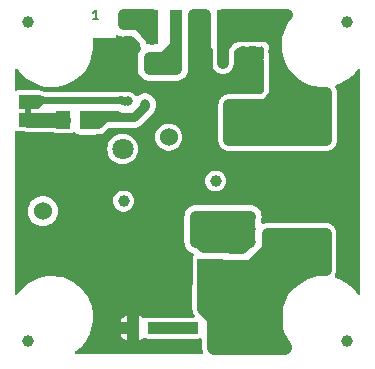
<source format=gbr>
%TF.GenerationSoftware,KiCad,Pcbnew,7.0.11-7.0.11~ubuntu22.04.1*%
%TF.CreationDate,2024-11-21T15:06:28+02:00*%
%TF.ProjectId,POEv3_Rev_A,504f4576-335f-4526-9576-5f412e6b6963,A*%
%TF.SameCoordinates,PX55d4a80PY8a48640*%
%TF.FileFunction,Copper,L1,Top*%
%TF.FilePolarity,Positive*%
%FSLAX46Y46*%
G04 Gerber Fmt 4.6, Leading zero omitted, Abs format (unit mm)*
G04 Created by KiCad (PCBNEW 7.0.11-7.0.11~ubuntu22.04.1) date 2024-11-21 15:06:28*
%MOMM*%
%LPD*%
G01*
G04 APERTURE LIST*
%ADD10C,0.190500*%
%TA.AperFunction,NonConductor*%
%ADD11C,0.190500*%
%TD*%
%TA.AperFunction,FiducialPad,Global*%
%ADD12C,1.000000*%
%TD*%
%TA.AperFunction,ComponentPad*%
%ADD13C,1.524000*%
%TD*%
%TA.AperFunction,ComponentPad*%
%ADD14R,1.524000X1.524000*%
%TD*%
%TA.AperFunction,SMDPad,CuDef*%
%ADD15R,1.270000X1.524000*%
%TD*%
%TA.AperFunction,SMDPad,CuDef*%
%ADD16R,1.600200X1.168400*%
%TD*%
%TA.AperFunction,SMDPad,CuDef*%
%ADD17R,0.508000X0.762000*%
%TD*%
%TA.AperFunction,SMDPad,CuDef*%
%ADD18R,2.000000X3.500000*%
%TD*%
%TA.AperFunction,SMDPad,CuDef*%
%ADD19R,1.000000X3.000000*%
%TD*%
%TA.AperFunction,SMDPad,CuDef*%
%ADD20R,2.200000X3.400000*%
%TD*%
%TA.AperFunction,SMDPad,CuDef*%
%ADD21R,1.016000X1.016000*%
%TD*%
%TA.AperFunction,SMDPad,CuDef*%
%ADD22R,5.000000X2.999999*%
%TD*%
%TA.AperFunction,ComponentPad*%
%ADD23C,1.800000*%
%TD*%
%TA.AperFunction,ViaPad*%
%ADD24C,1.000000*%
%TD*%
%TA.AperFunction,ViaPad*%
%ADD25C,0.800000*%
%TD*%
%TA.AperFunction,Conductor*%
%ADD26C,1.016000*%
%TD*%
%TA.AperFunction,Conductor*%
%ADD27C,0.762000*%
%TD*%
%TA.AperFunction,Conductor*%
%ADD28C,1.270000*%
%TD*%
%TA.AperFunction,Conductor*%
%ADD29C,0.609600*%
%TD*%
%TA.AperFunction,Conductor*%
%ADD30C,0.508000*%
%TD*%
%TA.AperFunction,Conductor*%
%ADD31C,0.990600*%
%TD*%
G04 APERTURE END LIST*
D10*
D11*
X7455899Y28753161D02*
X7020470Y28753161D01*
X7238185Y28753161D02*
X7238185Y29515161D01*
X7238185Y29515161D02*
X7165613Y29406304D01*
X7165613Y29406304D02*
X7093042Y29333732D01*
X7093042Y29333732D02*
X7020470Y29297446D01*
D12*
%TO.P,FID3,Fid1,FID\u002A*%
%TO.N,unconnected-(FID3-FID\u002A-PadFid1)*%
X1500000Y28500000D03*
%TD*%
%TO.P,FID2,Fid1,FID\u002A*%
%TO.N,unconnected-(FID2-FID\u002A-PadFid1)*%
X28500000Y28500000D03*
%TD*%
D13*
%TO.P,C2,1,+*%
%TO.N,Spare1*%
X2750000Y12500000D03*
D14*
%TO.P,C2,2,-*%
%TO.N,GND*%
X7750000Y12500000D03*
%TD*%
D12*
%TO.P,FID1,Fid1,FID\u002A*%
%TO.N,unconnected-(FID1-FID\u002A-PadFid1)*%
X1500000Y1500000D03*
%TD*%
D15*
%TO.P,R3,1*%
%TO.N,Spare2*%
X6516000Y20250000D03*
%TO.P,R3,2*%
%TO.N,Net-(U1-CLS)*%
X4484000Y20250000D03*
%TD*%
D16*
%TO.P,Class4_EN1,1,1*%
%TO.N,Net-(U1-CLS)*%
X1500000Y20238000D03*
X1500000Y20238000D03*
D17*
X1500000Y20746000D03*
%TO.P,Class4_EN1,2,2*%
X1500000Y21254000D03*
D16*
X1500000Y21762000D03*
%TD*%
D12*
%TO.P,FID4,Fid1,FID\u002A*%
%TO.N,unconnected-(FID4-FID\u002A-PadFid1)*%
X28500000Y1500000D03*
%TD*%
D13*
%TO.P,C6,1,+*%
%TO.N,+5VP*%
X13400000Y18750000D03*
D14*
%TO.P,C6,2,-*%
%TO.N,GND*%
X13400000Y15250000D03*
%TD*%
D18*
%TO.P,POE_PWR1,0,P0*%
%TO.N,GND*%
X9700000Y24475000D03*
X20300000Y24475000D03*
D19*
%TO.P,POE_PWR1,1,P1*%
%TO.N,Spare2*%
X12000000Y28100000D03*
%TO.P,POE_PWR1,2,P2*%
%TO.N,Spare1*%
X14000000Y28100000D03*
%TO.P,POE_PWR1,3,P2*%
%TO.N,GND*%
X16000000Y28100000D03*
%TO.P,POE_PWR1,4,P2*%
%TO.N,+5VP*%
X18000000Y28100000D03*
%TD*%
D20*
%TO.P,D2,1,K*%
%TO.N,/SW_LX*%
X16900000Y6750000D03*
%TO.P,D2,2,A*%
%TO.N,GND*%
X10100000Y6750000D03*
%TD*%
D21*
%TO.P,C3,1*%
%TO.N,Net-(C3-Pad1)*%
X12139000Y2600000D03*
%TO.P,C3,2*%
%TO.N,GND*%
X10361000Y2600000D03*
%TD*%
%TO.P,R9,1*%
%TO.N,Net-(C3-Pad1)*%
X15361000Y2600000D03*
%TO.P,R9,2*%
%TO.N,/SW_LX*%
X17139000Y2600000D03*
%TD*%
D22*
%TO.P,L1,1,1*%
%TO.N,/SW_LX*%
X23750000Y9200000D03*
%TO.P,L1,2,2*%
%TO.N,+5VP*%
X23750000Y19800000D03*
%TD*%
D23*
%TO.P,U1,9,EPAD*%
%TO.N,Spare2*%
X9500000Y17750000D03*
%TD*%
%TO.P,U2,9,ILIM*%
%TO.N,/ILIM*%
X18000000Y10950000D03*
%TD*%
D24*
%TO.N,GND*%
X12100000Y13850000D03*
X6250000Y14000000D03*
X14700000Y15700000D03*
X12900000Y4900000D03*
X14100000Y12850000D03*
X14100000Y11850000D03*
X12100000Y15850000D03*
X8500000Y9900000D03*
X11800000Y6900000D03*
X14100000Y13850000D03*
X6250000Y13000000D03*
X8500000Y10900000D03*
X11100000Y10850000D03*
X29000000Y17500000D03*
X8500000Y8900000D03*
X12900000Y5900000D03*
X29000000Y7500000D03*
X13100000Y9850000D03*
X29000000Y15000000D03*
X12100000Y14850000D03*
X12900000Y6900000D03*
X11800000Y4900000D03*
X11100000Y12850000D03*
X11100000Y8850000D03*
X14700000Y14700000D03*
X7500000Y9900000D03*
X13100000Y10850000D03*
X6250000Y12000000D03*
X13100000Y13850000D03*
X13100000Y12850000D03*
X11100000Y9850000D03*
X13100000Y8850000D03*
X8500000Y7900000D03*
X6500000Y10900000D03*
X7500000Y8900000D03*
X29000000Y12500000D03*
X12100000Y8850000D03*
X7500000Y10900000D03*
X6500000Y9900000D03*
X14100000Y10850000D03*
X7500000Y13750000D03*
X11100000Y11850000D03*
X12100000Y9850000D03*
X12100000Y11850000D03*
X12100000Y12850000D03*
X12100000Y10850000D03*
X29000000Y20000000D03*
X13100000Y11850000D03*
X14000000Y6900000D03*
X29000000Y22500000D03*
X14000000Y5900000D03*
X14100000Y9850000D03*
X14100000Y8850000D03*
X29000000Y10000000D03*
X11800000Y5900000D03*
X6250000Y15000000D03*
D25*
%TO.N,/SW_LX*%
X24000000Y7300000D03*
X20800000Y7600000D03*
X24000000Y6500000D03*
X22400000Y7300000D03*
X22400000Y6500000D03*
X22400000Y900000D03*
X22400000Y4100000D03*
X22400000Y3300000D03*
X24800000Y7300000D03*
X22400000Y5700000D03*
X23200000Y900000D03*
X22400000Y4900000D03*
X21600000Y7300000D03*
X21600000Y3300000D03*
X21600000Y5700000D03*
X20800000Y6800000D03*
X23200000Y5700000D03*
X21589000Y2500000D03*
X21600000Y4100000D03*
X23200000Y6500000D03*
X21589000Y900000D03*
X22400000Y2500000D03*
X21600000Y4900000D03*
X23200000Y7300000D03*
X26700000Y7400000D03*
X26700000Y10600000D03*
X22400000Y1700000D03*
X21589000Y1700000D03*
X26700000Y9800000D03*
X20800000Y8400000D03*
X26700000Y9000000D03*
X21600000Y6500000D03*
X26700000Y8200000D03*
%TO.N,Net-(U1-CLS)*%
X9960000Y21800000D03*
D24*
%TO.N,/ILIM*%
X20250000Y9900000D03*
X15750000Y9900000D03*
X20250000Y12000000D03*
X15750000Y12000000D03*
X15750000Y10950000D03*
X20250000Y10950000D03*
D25*
X18625000Y9250000D03*
D24*
%TO.N,Net-(U1-CDB)*%
X17375000Y15050000D03*
X9584989Y13333661D03*
%TO.N,+5VP*%
X22400000Y23500000D03*
X21000000Y28100000D03*
X19500000Y20500000D03*
X22000000Y29100000D03*
X19500000Y21500000D03*
X19500000Y19500000D03*
X26750000Y19500000D03*
X18500000Y18500000D03*
X18500000Y20500000D03*
X18000000Y26000000D03*
X19500000Y18500000D03*
X21000000Y29100000D03*
X18000000Y25000000D03*
D25*
X22400000Y26500000D03*
D24*
X23000000Y29100000D03*
X22400000Y25500000D03*
X20500000Y19500000D03*
X19000000Y29100000D03*
X24400000Y22500000D03*
D25*
X21000000Y27200000D03*
D24*
X20500000Y18500000D03*
D25*
X22000000Y27200000D03*
D24*
X20500000Y21500000D03*
X26750000Y20500000D03*
X26750000Y22500000D03*
X18500000Y21500000D03*
X22000000Y28100000D03*
X23400000Y23500000D03*
X18500000Y19500000D03*
X20000000Y28100000D03*
X22400000Y24500000D03*
X20000000Y29100000D03*
D25*
X19000000Y27200000D03*
D24*
X25400000Y22500000D03*
X23400000Y22500000D03*
D25*
X20000000Y27200000D03*
D24*
X19000000Y28100000D03*
X26750000Y18500000D03*
X20500000Y20500000D03*
X26750000Y21500000D03*
%TO.N,Spare1*%
X11815131Y24515131D03*
X12784000Y25500000D03*
X11784000Y25500000D03*
X12800000Y24500000D03*
D25*
%TO.N,Spare2*%
X11405000Y21560000D03*
X9600000Y28300000D03*
X9600000Y29111000D03*
X10400000Y28300000D03*
X10400000Y29111000D03*
X11200000Y28300000D03*
X11200000Y29111000D03*
%TD*%
D26*
%TO.N,GND*%
X16476000Y24298000D02*
X17500000Y23274000D01*
X16000000Y21250000D02*
X14800000Y21250000D01*
X19099000Y23274000D02*
X20300000Y24475000D01*
X14672000Y20528000D02*
X15350000Y19850000D01*
X9400000Y11817982D02*
X11067982Y11817982D01*
X7750000Y15500000D02*
X6250000Y14000000D01*
X10500000Y14850000D02*
X12100000Y14850000D01*
X14000000Y20528000D02*
X14672000Y20528000D01*
X12453631Y20346369D02*
X12635262Y20528000D01*
X7750000Y14700000D02*
X7600000Y14850000D01*
X12650000Y16972000D02*
X11622000Y18000000D01*
X7750000Y12500000D02*
X8432018Y11817982D01*
X12100000Y14850000D02*
X13000000Y14850000D01*
X14237500Y17062500D02*
X13500000Y16325000D01*
X12100000Y15850000D02*
X11622000Y16328000D01*
X10361000Y2600000D02*
X10361000Y4900000D01*
X13800000Y14850000D02*
X14100000Y14550000D01*
X8500000Y10900000D02*
X14050000Y10900000D01*
X14875000Y15400000D02*
X14875000Y13625000D01*
X8195989Y13400000D02*
X8195989Y13909004D01*
D27*
X8882646Y12071661D02*
X8195989Y12758318D01*
D26*
X15387000Y23613000D02*
X16000000Y24226000D01*
X11800000Y4900000D02*
X11500000Y4900000D01*
X16000000Y28100000D02*
X16000000Y29100000D01*
X8432018Y11817982D02*
X9400000Y11817982D01*
X17298000Y23476000D02*
X18700000Y23476000D01*
X7600000Y14850000D02*
X8750000Y14850000D01*
X8500000Y8900000D02*
X14050000Y8900000D01*
X11625000Y17225000D02*
X11625000Y17400000D01*
X6500000Y11250000D02*
X7750000Y12500000D01*
X16000000Y22250000D02*
X16000000Y24226000D01*
X19301000Y23476000D02*
X20300000Y24475000D01*
X9009645Y14722661D02*
X8543492Y14256508D01*
X14178630Y22071370D02*
X15083261Y22976000D01*
X13000000Y14850000D02*
X13400000Y15250000D01*
X6250000Y10150000D02*
X6250000Y12000000D01*
X14100000Y13850000D02*
X14100000Y10850000D01*
X11991527Y22976000D02*
X11900000Y22976000D01*
X7750000Y12500000D02*
X7750000Y13500000D01*
X7750000Y15850000D02*
X7750000Y15500000D01*
X14100000Y10850000D02*
X14100000Y6100000D01*
X14100000Y22976000D02*
X15600000Y22976000D01*
X12821000Y20713739D02*
X12821000Y22097000D01*
X16613000Y23613000D02*
X15387000Y23613000D01*
X9600000Y14850000D02*
X10500000Y14850000D01*
X17162000Y22976000D02*
X17206000Y23020000D01*
X16000000Y22250000D02*
X14357260Y22250000D01*
X14937500Y17762500D02*
X15178000Y18003000D01*
X7100000Y15850000D02*
X7750000Y15850000D01*
X14800000Y21250000D02*
X13321000Y21250000D01*
D27*
X11100000Y12850000D02*
X10321661Y12071661D01*
D26*
X17206000Y23020000D02*
X16613000Y23613000D01*
X17868739Y23274000D02*
X19099000Y23274000D01*
X7750000Y13850000D02*
X8750000Y14850000D01*
X19699000Y24475000D02*
X18700000Y23476000D01*
X12635262Y20528000D02*
X14000000Y20528000D01*
X11625000Y17400000D02*
X12700000Y16325000D01*
X12900000Y11650000D02*
X13100000Y11850000D01*
X12821000Y22955000D02*
X12800000Y22976000D01*
X8195989Y13909004D02*
X8543492Y14256508D01*
X16000000Y21250000D02*
X16000000Y21405261D01*
X8500000Y4900000D02*
X7500000Y4900000D01*
X11500000Y4900000D02*
X8500000Y7900000D01*
X16000000Y28100000D02*
X16000000Y24226000D01*
X8543492Y14256508D02*
X9136985Y14850000D01*
X14050000Y9900000D02*
X14100000Y9850000D01*
X11199000Y22976000D02*
X16400000Y22976000D01*
X9136985Y14850000D02*
X10500000Y14850000D01*
X16000000Y19200000D02*
X16000000Y21250000D01*
X14875000Y16725000D02*
X14875000Y15400000D01*
X17868739Y23274000D02*
X17500000Y23274000D01*
X6500000Y10900000D02*
X6500000Y13750000D01*
X18700000Y23476000D02*
X19301000Y23476000D01*
X10400000Y4900000D02*
X8500000Y4900000D01*
X16476000Y29100000D02*
X16000000Y29100000D01*
X11067982Y11817982D02*
X11100000Y11850000D01*
X11622000Y13372000D02*
X11622000Y16328000D01*
X15350000Y19850000D02*
X16000000Y19200000D01*
X15350000Y19850000D02*
X15350000Y18175000D01*
X12100000Y10850000D02*
X12100000Y5700000D01*
X14100000Y15850000D02*
X14100000Y13850000D01*
X9136325Y11817982D02*
X9400000Y11817982D01*
X7750000Y12500000D02*
X7750000Y13850000D01*
X15524000Y23750000D02*
X14750000Y22976000D01*
X6500000Y10900000D02*
X6500000Y11250000D01*
X8500000Y11750000D02*
X7750000Y12500000D01*
X12821000Y20713739D02*
X12821000Y22955000D01*
X11100000Y12850000D02*
X14100000Y12850000D01*
X10590000Y11817982D02*
X11100000Y12327982D01*
X16000000Y21250000D02*
X16000000Y22250000D01*
X12821000Y22146527D02*
X11991527Y22976000D01*
X12100000Y15850000D02*
X12800000Y15850000D01*
X11625000Y16325000D02*
X12700000Y16325000D01*
X13700000Y22976000D02*
X11900000Y22976000D01*
X11100000Y11850000D02*
X14100000Y11850000D01*
X13600000Y10850000D02*
X11100000Y10850000D01*
X12100000Y15850000D02*
X12100000Y10850000D01*
X16476000Y28992000D02*
X16476000Y29100000D01*
X11800000Y10550000D02*
X12100000Y10850000D01*
X12821000Y20750000D02*
X12821000Y22146527D01*
X11100000Y13782993D02*
X11100000Y12850000D01*
X8750000Y14850000D02*
X10032993Y14850000D01*
X9700000Y24475000D02*
X9700000Y24428064D01*
X20300000Y23024000D02*
X18849000Y23024000D01*
X10627339Y14722661D02*
X9009645Y14722661D01*
X7600000Y14850000D02*
X8600000Y15850000D01*
X14100000Y14550000D02*
X13400000Y15250000D01*
X17500000Y23274000D02*
X16952000Y23274000D01*
X7500000Y12250000D02*
X7750000Y12500000D01*
X14050000Y10900000D02*
X14100000Y10850000D01*
X7750000Y12500000D02*
X6500000Y13750000D01*
X15083261Y22976000D02*
X15600000Y22976000D01*
X7500000Y8900000D02*
X7500000Y12250000D01*
X20300000Y24475000D02*
X19699000Y24475000D01*
X8500000Y4900000D02*
X8500000Y7900000D01*
X8195989Y12758318D02*
X9136325Y11817982D01*
X8322000Y14850000D02*
X8195989Y14723989D01*
X12900000Y4900000D02*
X12900000Y11650000D01*
X14147000Y16972000D02*
X12650000Y16972000D01*
X6250000Y15000000D02*
X7100000Y15850000D01*
X16000000Y21405261D02*
X16547370Y21952630D01*
X6500000Y9900000D02*
X6250000Y10150000D01*
X6500000Y13750000D02*
X7000000Y14250000D01*
X7500000Y4900000D02*
X7500000Y8900000D01*
X16547370Y21952630D02*
X17868739Y23274000D01*
X7750000Y13500000D02*
X7000000Y14250000D01*
X14875000Y16725000D02*
X16000000Y17850000D01*
X12821000Y22097000D02*
X13700000Y22976000D01*
X16000000Y17850000D02*
X16000000Y19200000D01*
X13600000Y5600000D02*
X13600000Y10850000D01*
X14750000Y22976000D02*
X15387000Y23613000D01*
X8195989Y13400000D02*
X8195989Y12758318D01*
X15600000Y22976000D02*
X17162000Y22976000D01*
X14100000Y22976000D02*
X13700000Y22976000D01*
X12821000Y20713739D02*
X14178630Y22071370D01*
X11199000Y22976000D02*
X9700000Y24475000D01*
X8650000Y15850000D02*
X10250000Y15850000D01*
X12100000Y14850000D02*
X13800000Y14850000D01*
X16476000Y24298000D02*
X17298000Y23476000D01*
X12100000Y15850000D02*
X14100000Y15850000D01*
X11100000Y10850000D02*
X11100000Y5600000D01*
X11100000Y14250000D02*
X11100000Y12850000D01*
X14475000Y16325000D02*
X14875000Y16725000D01*
X18849000Y23024000D02*
X20300000Y24475000D01*
X16448000Y23024000D02*
X18849000Y23024000D01*
X11100000Y10850000D02*
X11100000Y12850000D01*
X14100000Y10850000D02*
X13600000Y10850000D01*
X14357260Y22250000D02*
X14178630Y22071370D01*
X9600000Y14850000D02*
X8322000Y14850000D01*
X10250000Y15850000D02*
X11625000Y17225000D01*
X16000000Y19200000D02*
X16000000Y20050000D01*
X15178000Y18003000D02*
X15178000Y19550000D01*
X12100000Y5700000D02*
X12900000Y4900000D01*
X8500000Y9900000D02*
X14050000Y9900000D01*
X13500000Y16325000D02*
X14475000Y16325000D01*
X7750000Y15850000D02*
X8650000Y15850000D01*
X14100000Y13850000D02*
X14100000Y14550000D01*
X16400000Y22976000D02*
X16448000Y23024000D01*
X10500000Y14850000D02*
X10775000Y14575000D01*
X16000000Y20050000D02*
X14800000Y21250000D01*
D27*
X10321661Y12071661D02*
X8882646Y12071661D01*
D26*
X10361000Y2600000D02*
X7508001Y2600000D01*
X16547370Y18397370D02*
X16000000Y17850000D01*
X8195989Y14723989D02*
X8195989Y13400000D01*
X14100000Y6100000D02*
X12900000Y4900000D01*
X8500000Y10900000D02*
X8500000Y11750000D01*
X11100000Y5600000D02*
X11800000Y4900000D01*
X16547370Y21952630D02*
X16547370Y18397370D01*
X14875000Y13625000D02*
X14100000Y12850000D01*
X15350000Y18175000D02*
X14937500Y17762500D01*
X9400000Y11817982D02*
X10590000Y11817982D01*
X10250000Y15850000D02*
X12100000Y15850000D01*
X6250000Y12000000D02*
X6250000Y15000000D01*
X10032993Y14850000D02*
X11100000Y13782993D01*
X12821000Y20713739D02*
X12821000Y20750000D01*
X10775000Y14575000D02*
X11100000Y14250000D01*
X14200000Y20528000D02*
X14000000Y20528000D01*
X7000000Y14250000D02*
X7600000Y14850000D01*
X12100000Y13850000D02*
X14100000Y13850000D01*
X11100000Y12850000D02*
X11622000Y13372000D01*
X14937500Y17762500D02*
X14237500Y17062500D01*
X14050000Y8900000D02*
X14100000Y8850000D01*
X6500000Y9900000D02*
X6500000Y10900000D01*
X12700000Y16325000D02*
X13500000Y16325000D01*
X13321000Y21250000D02*
X12821000Y20750000D01*
X16952000Y23274000D02*
X16613000Y23613000D01*
X13400000Y15250000D02*
X14475000Y16325000D01*
X8750000Y14850000D02*
X9600000Y14850000D01*
X15524000Y29092000D02*
X15524000Y23750000D01*
X7750000Y12500000D02*
X7750000Y14700000D01*
X15178000Y19550000D02*
X14200000Y20528000D01*
X12800000Y15850000D02*
X13400000Y15250000D01*
X11622000Y19514739D02*
X12453631Y20346369D01*
X11100000Y12327982D02*
X11100000Y12850000D01*
X16476000Y28992000D02*
X16476000Y24298000D01*
X7508001Y2600000D02*
X7508001Y4900000D01*
X10775000Y14575000D02*
X10627339Y14722661D01*
X11622000Y16328000D02*
X11625000Y16325000D01*
X15516000Y29100000D02*
X15524000Y29092000D01*
X14237500Y17062500D02*
X14147000Y16972000D01*
X14100000Y22976000D02*
X14750000Y22976000D01*
X11622000Y16328000D02*
X11622000Y17400000D01*
X11622000Y17400000D02*
X11625000Y17400000D01*
X8600000Y15850000D02*
X8650000Y15850000D01*
X10361000Y4900000D02*
X10400000Y4900000D01*
X12453631Y20346369D02*
X12821000Y20713739D01*
X11800000Y4900000D02*
X11800000Y10550000D01*
X16547370Y17072370D02*
X14875000Y15400000D01*
X20300000Y24475000D02*
X20300000Y23024000D01*
X8500000Y7900000D02*
X8500000Y10900000D01*
X8500000Y7900000D02*
X6500000Y9900000D01*
X16000000Y29100000D02*
X15516000Y29100000D01*
X16000000Y24226000D02*
X17206000Y23020000D01*
X12900000Y4900000D02*
X13600000Y5600000D01*
X11800000Y4900000D02*
X10400000Y4900000D01*
X16547370Y18397370D02*
X16547370Y17072370D01*
X11622000Y18000000D02*
X11622000Y19514739D01*
X11622000Y17400000D02*
X11622000Y18000000D01*
X11900000Y22976000D02*
X11199000Y22976000D01*
X11800000Y4900000D02*
X12900000Y4900000D01*
X9700000Y24475000D02*
G75*
G03*
X11199000Y22976000I1499000J0D01*
G01*
%TO.N,Net-(C3-Pad1)*%
X12139000Y2600000D02*
X15361000Y2600000D01*
D27*
%TO.N,/SW_LX*%
X26700000Y7400000D02*
X26239261Y7400000D01*
D26*
X16300000Y4239000D02*
X17139000Y3400000D01*
X22400000Y3300000D02*
X17239000Y3300000D01*
X26700000Y10600000D02*
X23100000Y10600000D01*
X24800000Y7300000D02*
X24266000Y7834000D01*
D27*
X17239000Y2500000D02*
X17139000Y2600000D01*
D26*
X22400000Y4100000D02*
X17239000Y4100000D01*
D28*
X22364999Y1750000D02*
X22364999Y1151001D01*
D27*
X22400000Y2500000D02*
X22400000Y7300000D01*
X24000000Y6500000D02*
X25300000Y7381001D01*
D28*
X22500000Y1016000D02*
X23136226Y1016000D01*
D26*
X24800000Y7300000D02*
X17450000Y7300000D01*
D28*
X22500000Y1016000D02*
X22364999Y1151001D01*
D26*
X21800000Y10600000D02*
X26700000Y10600000D01*
X17139000Y4200000D02*
X17139000Y4900000D01*
X23831831Y6500000D02*
X23915916Y6584085D01*
D28*
X23136226Y1016000D02*
X23098999Y1016000D01*
D27*
X21800000Y7400000D02*
X20800000Y8400000D01*
D28*
X23136226Y1016000D02*
X22364999Y2300000D01*
X23136226Y1016000D02*
X22364999Y1787227D01*
D26*
X21800000Y10600000D02*
X22900000Y10600000D01*
X17239000Y3300000D02*
X17139000Y3400000D01*
X26700000Y10600000D02*
X26700000Y7508001D01*
X16300000Y6150000D02*
X16300000Y4239000D01*
X22400000Y4100000D02*
X22400000Y3800000D01*
D28*
X17239000Y2500000D02*
X17239000Y1750000D01*
D26*
X24800000Y7300000D02*
X26100000Y7508001D01*
X16900000Y6750000D02*
X17150000Y6500000D01*
D27*
X25600000Y7300000D02*
X25700000Y7400000D01*
X21589000Y2500000D02*
X22400000Y2500000D01*
X21589000Y2500000D02*
X17239000Y2500000D01*
D26*
X17239000Y4100000D02*
X17139000Y4200000D01*
X23665915Y6334085D02*
X24715916Y7384085D01*
D28*
X17239000Y1750000D02*
X22364999Y1750000D01*
D26*
X17139000Y6511000D02*
X16900000Y6750000D01*
X23200000Y9200000D02*
X23750000Y9200000D01*
D27*
X25600000Y7300000D02*
X24430718Y6919282D01*
D28*
X17239000Y1750000D02*
X17239000Y1016000D01*
D26*
X23031831Y5700000D02*
X23115916Y5784085D01*
X23100000Y10600000D02*
X20900000Y8400000D01*
D27*
X22618999Y2500000D02*
X22618999Y5118999D01*
D26*
X20000000Y7834000D02*
X20334000Y7834000D01*
D28*
X17239000Y1016000D02*
X22500000Y1016000D01*
X22364999Y1787227D02*
X22364999Y2300000D01*
X22364999Y2300000D02*
X22364999Y2500000D01*
D26*
X22400000Y3800000D02*
X22400000Y2500000D01*
X17984000Y7834000D02*
X16900000Y6750000D01*
D27*
X22618999Y5118999D02*
X23200000Y5700000D01*
D26*
X17950000Y5700000D02*
X23031831Y5700000D01*
D27*
X23200000Y5700000D02*
X22400000Y3800000D01*
D26*
X22400000Y4100000D02*
X22400000Y5068169D01*
X23750000Y9200000D02*
X22950000Y8400000D01*
X22400000Y2500000D02*
X17239000Y2500000D01*
D27*
X22400000Y3300000D02*
X23136226Y1016000D01*
X24800000Y7300000D02*
X25600000Y7300000D01*
D26*
X17139000Y2600000D02*
X17139000Y3400000D01*
D28*
X22364999Y1151001D02*
X22364999Y4100000D01*
D26*
X24266000Y7834000D02*
X20000000Y7834000D01*
D27*
X20800000Y8400000D02*
X20900000Y8400000D01*
D26*
X23750000Y9750000D02*
X22900000Y10600000D01*
X17139000Y4900000D02*
X17139000Y6511000D01*
X17150000Y6500000D02*
X23831831Y6500000D01*
D27*
X24000000Y6500000D02*
X23531371Y6031371D01*
X26700000Y7400000D02*
X25700000Y7400000D01*
X26172792Y7400000D02*
X26700000Y7400000D01*
X25700000Y7400000D02*
X21800000Y7400000D01*
D26*
X22950000Y8400000D02*
X20900000Y8400000D01*
D27*
X20800000Y8400000D02*
X20234000Y7834000D01*
D26*
X20000000Y7834000D02*
X17984000Y7834000D01*
X16900000Y6750000D02*
X16300000Y6150000D01*
X21800000Y10600000D02*
X23200000Y9200000D01*
D27*
X20234000Y7834000D02*
X20000000Y7834000D01*
D26*
X17450000Y7300000D02*
X16900000Y6750000D01*
X22400000Y4900000D02*
X17139000Y4900000D01*
X23750000Y9200000D02*
X23750000Y9750000D01*
D27*
X22400000Y2500000D02*
X22618999Y2500000D01*
D26*
X20334000Y7834000D02*
X20900000Y8400000D01*
X22400000Y5068169D02*
X23665915Y6334085D01*
X17139000Y3400000D02*
X17139000Y4200000D01*
X16900000Y6750000D02*
X17950000Y5700000D01*
D27*
X23531380Y6031362D02*
G75*
G03*
X22400000Y3300000I2731320J-2731362D01*
G01*
X26239261Y7400015D02*
G75*
G03*
X23665916Y6334084I39J-3639315D01*
G01*
X26172792Y7400003D02*
G75*
G03*
X24000000Y6500000I8J-3072803D01*
G01*
D29*
%TO.N,Net-(U1-CLS)*%
X1563000Y21825000D02*
X1500000Y21762000D01*
X9960000Y21901000D02*
X9960000Y21800000D01*
X1500000Y21762000D02*
X1639000Y21901000D01*
D28*
X1500000Y20238000D02*
X4472000Y20238000D01*
D29*
X1639000Y21901000D02*
X9960000Y21901000D01*
D28*
X4472000Y20238000D02*
X4484000Y20250000D01*
D30*
X1563000Y21825000D02*
X9934997Y21825000D01*
D27*
%TO.N,/ILIM*%
X18650000Y9250000D02*
X19300000Y9900000D01*
D26*
X17000000Y12000000D02*
X18150000Y12000000D01*
X15750000Y10750000D02*
X17000000Y12000000D01*
X20234000Y9916000D02*
X20234000Y9900000D01*
X15750000Y9900000D02*
X18150000Y9900000D01*
X15750000Y12000000D02*
X20250000Y12000000D01*
D27*
X18625000Y9250000D02*
X19600000Y9250000D01*
D26*
X15750000Y9900000D02*
X16050000Y9900000D01*
D27*
X15750000Y9900000D02*
X17300000Y9900000D01*
D26*
X16050000Y9900000D02*
X18150000Y12000000D01*
X19300000Y9900000D02*
X20234000Y9900000D01*
X15750000Y12000000D02*
X15750000Y9900000D01*
D27*
X17300000Y9900000D02*
X18000000Y10600000D01*
D26*
X15750000Y12000000D02*
X17000000Y12000000D01*
D27*
X18625000Y10325000D02*
X18000000Y10950000D01*
D26*
X15750000Y9900000D02*
X15750000Y10750000D01*
X20234000Y11984000D02*
X20234000Y9900000D01*
X20250000Y12000000D02*
X20234000Y11984000D01*
D27*
X16311000Y9339000D02*
X18625000Y9339000D01*
X17975000Y9900000D02*
X18625000Y9250000D01*
X18000000Y10600000D02*
X18000000Y10950000D01*
D26*
X18150000Y12000000D02*
X20234000Y9916000D01*
D27*
X18625000Y9250000D02*
X18650000Y9250000D01*
D26*
X15750000Y9900000D02*
X19300000Y9900000D01*
D27*
X19600000Y9250000D02*
X20250000Y9900000D01*
X18625000Y9250000D02*
X18625000Y10325000D01*
X17300000Y9900000D02*
X17975000Y9900000D01*
X15750000Y9900000D02*
X16311000Y9339000D01*
D26*
X18150000Y9900000D02*
X20250000Y12000000D01*
%TO.N,+5VP*%
X23750000Y19550000D02*
X22700000Y18500000D01*
X22491999Y27318486D02*
X22491999Y27300000D01*
X18500000Y20500000D02*
X22800000Y20500000D01*
X19000000Y29100000D02*
X23000000Y29100000D01*
X21600000Y21500000D02*
X22107000Y21500000D01*
X22491999Y27318486D02*
X23087138Y28755307D01*
D27*
X19000000Y27600000D02*
X22000000Y27600000D01*
D26*
X22400000Y22500000D02*
X22400000Y22300000D01*
X19000000Y28100000D02*
X19000000Y29100000D01*
X22491999Y27300000D02*
X22491999Y26000000D01*
X18000000Y28100000D02*
X18000000Y26000000D01*
X22700000Y18500000D02*
X20500000Y18500000D01*
X22400000Y21793000D02*
X22400000Y23500000D01*
X22795428Y24900000D02*
X22593142Y25500000D01*
X26750000Y18500000D02*
X26750000Y21500000D01*
X22000000Y28691999D02*
X22000000Y29100000D01*
X23400000Y23500000D02*
X23309521Y23709521D01*
X18989000Y29111000D02*
X18011000Y29111000D01*
X24400000Y22500000D02*
X23200000Y23700000D01*
X22000000Y28100000D02*
X23000000Y29100000D01*
X22491999Y26000000D02*
X22491999Y21058001D01*
X22593142Y25500000D02*
X22491999Y25800000D01*
D27*
X25011436Y22500000D02*
X25400000Y22500000D01*
D26*
X25400000Y22500000D02*
X24400000Y22500000D01*
X22400000Y22500000D02*
X25400000Y22500000D01*
X23750000Y19800000D02*
X23750000Y18500000D01*
D31*
X26200000Y22490000D02*
X24574895Y22764896D01*
D26*
X25750000Y18500000D02*
X22700000Y18500000D01*
X23000000Y29100000D02*
X22491999Y28591999D01*
X21000000Y21500000D02*
X21600000Y21500000D01*
X25750000Y22150000D02*
X25400000Y22500000D01*
X22400000Y22300000D02*
X21600000Y21500000D01*
X18500000Y18500000D02*
X20500000Y18500000D01*
X18800000Y27200000D02*
X18000000Y26400000D01*
D27*
X22189000Y29100000D02*
X22000000Y29100000D01*
D26*
X23000000Y29100000D02*
X22491999Y27300000D01*
X22491999Y28591999D02*
X22491999Y28200000D01*
X23000000Y29100000D02*
X23431831Y29100000D01*
D27*
X22000000Y27600000D02*
X22000000Y28100000D01*
D26*
X18000000Y29100000D02*
X18000000Y28100000D01*
X18500000Y19500000D02*
X23700000Y19500000D01*
X25750000Y21500000D02*
X25750000Y22150000D01*
D31*
X25400000Y22500000D02*
X26200000Y22500000D01*
D27*
X22000000Y27200000D02*
X22000000Y27600000D01*
D26*
X23750000Y18500000D02*
X26750000Y18500000D01*
X18500000Y21500000D02*
X18500000Y18500000D01*
X18000000Y26000000D02*
X18000000Y25000000D01*
X25750000Y21500000D02*
X21000000Y21500000D01*
X22800000Y20500000D02*
X23750000Y19550000D01*
D27*
X21500000Y27200000D02*
X21689000Y27200000D01*
D26*
X18000000Y28100000D02*
X19000000Y29100000D01*
X22491999Y28200000D02*
X22491999Y27300000D01*
D27*
X22189000Y27114000D02*
X22189000Y26700000D01*
D26*
X18000000Y28100000D02*
X19000000Y28100000D01*
X25750000Y21500000D02*
X25750000Y18500000D01*
X25734085Y22150000D02*
X24343731Y23109646D01*
X23200000Y23700000D02*
X22400000Y24500000D01*
D27*
X19000000Y27200000D02*
X21500000Y27200000D01*
D26*
X18011000Y29111000D02*
X18000000Y29100000D01*
D27*
X22189000Y25322436D02*
X25011436Y22500000D01*
D26*
X23309521Y23709521D02*
X22795428Y24900000D01*
X23431831Y29100000D02*
X23087138Y28755307D01*
D27*
X19000000Y27200000D02*
X19000000Y27600000D01*
D26*
X23200000Y23700000D02*
X22795428Y24900000D01*
X19000000Y28100000D02*
X22000000Y28100000D01*
D31*
X26200000Y22500000D02*
X26750000Y22500000D01*
D27*
X22189000Y19800000D02*
X23750000Y19800000D01*
D26*
X22491999Y28200000D02*
X22000000Y28691999D01*
X22491999Y26000000D02*
X22865915Y24465916D01*
D27*
X21500000Y27200000D02*
X22000000Y27200000D01*
X21689000Y27200000D02*
X22189000Y26700000D01*
D26*
X22491999Y21058001D02*
X23750000Y19800000D01*
X22400000Y23500000D02*
X23400000Y23500000D01*
X24343731Y23109646D02*
X23900000Y23415916D01*
X26750000Y21500000D02*
X26750000Y22500000D01*
D27*
X22103000Y27200000D02*
X22189000Y27114000D01*
X22189000Y26700000D02*
X22189000Y26300000D01*
D26*
X23700000Y19500000D02*
X23750000Y19550000D01*
X22107000Y21500000D02*
X22400000Y21793000D01*
X24331865Y23109646D02*
X25488134Y22491999D01*
D27*
X22189000Y26700000D02*
X22189000Y29100000D01*
D26*
X19000000Y29100000D02*
X18989000Y29111000D01*
D27*
X22189000Y26300000D02*
X22189000Y19800000D01*
D26*
X24343731Y23109646D02*
X25400000Y22500000D01*
X19000000Y28100000D02*
X19000000Y27200000D01*
D27*
X22000000Y27200000D02*
X22103000Y27200000D01*
X22189000Y26300000D02*
X22189000Y25322436D01*
D26*
X21000000Y21500000D02*
X18500000Y21500000D01*
X19000000Y27200000D02*
X18800000Y27200000D01*
X23087152Y28755293D02*
G75*
G03*
X22491999Y27318486I1436748J-1436793D01*
G01*
%TO.N,Spare1*%
X14000000Y24500000D02*
X14000000Y25500000D01*
X12700000Y25500000D02*
X12400000Y25500000D01*
X14000000Y26500000D02*
X13000000Y25500000D01*
X14000000Y26068000D02*
X14000000Y26500000D01*
X12800000Y24500000D02*
X14000000Y24500000D01*
X12784000Y25500000D02*
X11784000Y25500000D01*
X11784000Y24546262D02*
X11815131Y24515131D01*
X12800000Y24500000D02*
X11830262Y24500000D01*
X11830262Y24500000D02*
X11815131Y24515131D01*
X13000000Y25500000D02*
X12700000Y25500000D01*
X14000000Y26068000D02*
X14000000Y25500000D01*
X14000000Y28100000D02*
X14000000Y26068000D01*
X11784000Y25500000D02*
X11784000Y24546262D01*
X12400000Y25500000D02*
X14000000Y25500000D01*
%TO.N,Spare2*%
X10800000Y28300000D02*
X12000000Y27100000D01*
X12000000Y27100000D02*
X12000000Y28500000D01*
D27*
X6516000Y20250000D02*
X6891000Y19875000D01*
X7700000Y20250000D02*
X6516000Y20250000D01*
X7725000Y20225000D02*
X8100000Y20600000D01*
X11405000Y21405000D02*
X10450000Y20450000D01*
D26*
X11200000Y29111000D02*
X9600000Y29111000D01*
X12000000Y28100000D02*
X12000000Y29111000D01*
X12000000Y28100000D02*
X11800000Y28300000D01*
D27*
X11405000Y21560000D02*
X11405000Y21405000D01*
X6891000Y19875000D02*
X7375000Y19875000D01*
X8200000Y20600000D02*
X9050000Y20600000D01*
X8200000Y20600000D02*
X6966000Y20600000D01*
D26*
X10400000Y28300000D02*
X10800000Y28300000D01*
D27*
X10450000Y20450000D02*
X8750000Y20450000D01*
X7375000Y19875000D02*
X7725000Y20225000D01*
X6516000Y20250000D02*
X6866000Y20600000D01*
D26*
X12000000Y29111000D02*
X11200000Y29111000D01*
X9600000Y28300000D02*
X11800000Y28300000D01*
X11200000Y28300000D02*
X12000000Y27500000D01*
D27*
X7725000Y20225000D02*
X7700000Y20250000D01*
X8100000Y20600000D02*
X8200000Y20600000D01*
X6866000Y20600000D02*
X8200000Y20600000D01*
X9050000Y20600000D02*
X9200000Y20450000D01*
D26*
X11900000Y28300000D02*
X9600000Y28300000D01*
D27*
X9200000Y20450000D02*
X7950000Y20450000D01*
X7950000Y20450000D02*
X7725000Y20225000D01*
D26*
X9600000Y29111000D02*
X9600000Y28300000D01*
%TD*%
%TA.AperFunction,Conductor*%
%TO.N,Spare2*%
G36*
X7158268Y20869085D02*
G01*
X7978911Y20501351D01*
X7985060Y20494841D01*
X7984804Y20485890D01*
X7982400Y20482401D01*
X7455608Y19955610D01*
X7455600Y19955601D01*
X7159309Y19611700D01*
X7151313Y19607669D01*
X7142808Y19610473D01*
X7142089Y19611148D01*
X6523491Y20242342D01*
X6520148Y20250649D01*
X6523658Y20258887D01*
X6523667Y20258896D01*
X7145305Y20866774D01*
X7153615Y20870107D01*
X7158268Y20869085D01*
G37*
%TD.AperFunction*%
%TD*%
%TA.AperFunction,Conductor*%
%TO.N,Net-(U1-CLS)*%
G36*
X9948417Y22200087D02*
G01*
X9956662Y22196598D01*
X9960028Y22188416D01*
X9960994Y21802356D01*
X9960093Y21797825D01*
X9810853Y21439866D01*
X9804506Y21433548D01*
X9797063Y21433057D01*
X9188799Y21593898D01*
X9181677Y21599326D01*
X9180090Y21605209D01*
X9180090Y22194013D01*
X9183517Y22202286D01*
X9191789Y22205713D01*
X9948417Y22200087D01*
G37*
%TD.AperFunction*%
%TD*%
%TA.AperFunction,Conductor*%
%TO.N,/ILIM*%
G36*
X15763044Y10398448D02*
G01*
X16739683Y10282228D01*
X16747493Y10277848D01*
X16750000Y10270610D01*
X16750000Y9529391D01*
X16746573Y9521118D01*
X16739683Y9517773D01*
X15763056Y9401554D01*
X15754435Y9403979D01*
X15750055Y9411789D01*
X15749973Y9413137D01*
X15749000Y9900000D01*
X15749973Y10386854D01*
X15753416Y10395119D01*
X15761696Y10398529D01*
X15763044Y10398448D01*
G37*
%TD.AperFunction*%
%TD*%
%TA.AperFunction,Conductor*%
%TO.N,+5VP*%
G36*
X21253991Y21297596D02*
G01*
X21254366Y21297382D01*
X22971012Y20267806D01*
X23725326Y19815398D01*
X23730658Y19808204D01*
X23729342Y19799346D01*
X23722148Y19794014D01*
X23721689Y19793909D01*
X21255002Y19281305D01*
X21246204Y19282977D01*
X21245837Y19283228D01*
X20254916Y19988502D01*
X20250162Y19996091D01*
X20250000Y19998034D01*
X20250000Y20999228D01*
X20253427Y21007501D01*
X20258421Y21010459D01*
X21245091Y21298567D01*
X21253991Y21297596D01*
G37*
%TD.AperFunction*%
%TD*%
%TA.AperFunction,Conductor*%
%TO.N,+5VP*%
G36*
X19496573Y28096573D02*
G01*
X19500000Y28088300D01*
X19500000Y27239774D01*
X19496573Y27231501D01*
X19488300Y27228074D01*
X19482235Y27229769D01*
X18817229Y27632865D01*
X18811931Y27640084D01*
X18812476Y27647327D01*
X18996016Y28092757D01*
X19002337Y28099101D01*
X19006834Y28100000D01*
X19488300Y28100000D01*
X19496573Y28096573D01*
G37*
%TD.AperFunction*%
%TD*%
%TA.AperFunction,Conductor*%
%TO.N,/SW_LX*%
G36*
X17653570Y3058081D02*
G01*
X18147196Y2883756D01*
X18153856Y2877770D01*
X18155000Y2872724D01*
X18155000Y2130096D01*
X18151573Y2121823D01*
X18143921Y2118412D01*
X17652199Y2092277D01*
X17643756Y2095260D01*
X17643313Y2095680D01*
X17146715Y2591302D01*
X17143280Y2599571D01*
X17146699Y2607848D01*
X17147114Y2608245D01*
X17641831Y3055726D01*
X17650264Y3058733D01*
X17653570Y3058081D01*
G37*
%TD.AperFunction*%
%TD*%
%TA.AperFunction,Conductor*%
%TO.N,+5VP*%
G36*
X22859325Y25686559D02*
G01*
X22865646Y25680215D01*
X22865920Y25679479D01*
X23113604Y24941214D01*
X23112987Y24932281D01*
X23110785Y24929220D01*
X22586909Y24405344D01*
X22578636Y24401917D01*
X22570363Y24405344D01*
X22569081Y24406865D01*
X22052126Y25138411D01*
X22050150Y25147145D01*
X22053389Y25153418D01*
X22397638Y25499047D01*
X22401462Y25501601D01*
X22850373Y25686576D01*
X22859325Y25686559D01*
G37*
%TD.AperFunction*%
%TD*%
%TA.AperFunction,Conductor*%
%TO.N,+5VP*%
G36*
X22001439Y28096573D02*
G01*
X22003984Y28092757D01*
X22187523Y27647327D01*
X22187506Y27638373D01*
X22182770Y27632865D01*
X21517765Y27229769D01*
X21508914Y27228411D01*
X21501695Y27233709D01*
X21500000Y27239774D01*
X21500000Y28088300D01*
X21503427Y28096573D01*
X21511700Y28100000D01*
X21993166Y28100000D01*
X22001439Y28096573D01*
G37*
%TD.AperFunction*%
%TD*%
%TA.AperFunction,Conductor*%
%TO.N,/SW_LX*%
G36*
X18007201Y8070017D02*
G01*
X18991286Y7810300D01*
X18998410Y7804875D01*
X19000000Y7798987D01*
X19000000Y6797680D01*
X18996573Y6789407D01*
X18995539Y6788488D01*
X18006718Y6009814D01*
X17998098Y6007388D01*
X17992919Y6009318D01*
X16909700Y6742755D01*
X16904771Y6750231D01*
X16906572Y6759003D01*
X16907257Y6759915D01*
X17995231Y8066192D01*
X18003158Y8070355D01*
X18007201Y8070017D01*
G37*
%TD.AperFunction*%
%TD*%
%TA.AperFunction,Conductor*%
%TO.N,+5VP*%
G36*
X19496573Y28096573D02*
G01*
X19500000Y28088300D01*
X19500000Y27239774D01*
X19496573Y27231501D01*
X19488300Y27228074D01*
X19482235Y27229769D01*
X18817229Y27632865D01*
X18811931Y27640084D01*
X18812476Y27647327D01*
X18996016Y28092757D01*
X19002337Y28099101D01*
X19006834Y28100000D01*
X19488300Y28100000D01*
X19496573Y28096573D01*
G37*
%TD.AperFunction*%
%TD*%
%TA.AperFunction,Conductor*%
%TO.N,/SW_LX*%
G36*
X21254910Y9297406D02*
G01*
X23729081Y9200856D01*
X23737213Y9197109D01*
X23740315Y9188709D01*
X23738079Y9182274D01*
X22660561Y7703925D01*
X22652919Y7699258D01*
X22652913Y7699257D01*
X22652902Y7699255D01*
X20263496Y7328097D01*
X20254795Y7330213D01*
X20250139Y7337862D01*
X20250000Y7339658D01*
X20250000Y8336998D01*
X20253427Y8345271D01*
X20253591Y8345432D01*
X21246416Y9294173D01*
X21254764Y9297410D01*
X21254910Y9297406D01*
G37*
%TD.AperFunction*%
%TD*%
%TA.AperFunction,Conductor*%
%TO.N,Spare2*%
G36*
X7774871Y20981544D02*
G01*
X7782967Y20977718D01*
X7786000Y20969858D01*
X7786000Y20225030D01*
X7782573Y20216757D01*
X7781090Y20215502D01*
X7158014Y19771501D01*
X7149288Y19769490D01*
X7144143Y19771715D01*
X6524747Y20242590D01*
X6520235Y20250325D01*
X6522514Y20258985D01*
X6522835Y20259388D01*
X7147267Y21007528D01*
X7155198Y21011683D01*
X7156817Y21011716D01*
X7774871Y20981544D01*
G37*
%TD.AperFunction*%
%TD*%
%TA.AperFunction,Conductor*%
%TO.N,+5VP*%
G36*
X21254919Y20587803D02*
G01*
X23723021Y19808831D01*
X23729880Y19803073D01*
X23730657Y19794153D01*
X23724899Y19787294D01*
X23724623Y19787155D01*
X21254712Y18584320D01*
X21245773Y18583779D01*
X21245151Y18584013D01*
X20257262Y18989023D01*
X20250907Y18995332D01*
X20250000Y18999849D01*
X20250000Y20001269D01*
X20253427Y20009542D01*
X20255817Y20011382D01*
X21245531Y20586758D01*
X21254404Y20587952D01*
X21254919Y20587803D01*
G37*
%TD.AperFunction*%
%TD*%
%TA.AperFunction,Conductor*%
%TO.N,Spare2*%
G36*
X7157010Y20829346D02*
G01*
X7158443Y20827447D01*
X7396210Y20435032D01*
X7396213Y20435028D01*
X7922719Y19908522D01*
X7926146Y19900249D01*
X7922719Y19891976D01*
X7918983Y19889464D01*
X7158532Y19569544D01*
X7149577Y19569495D01*
X7145432Y19572356D01*
X6523272Y20240721D01*
X6520144Y20249111D01*
X6523863Y20257254D01*
X7140477Y20829959D01*
X7148869Y20833076D01*
X7157010Y20829346D01*
G37*
%TD.AperFunction*%
%TD*%
%TA.AperFunction,Conductor*%
%TO.N,+5VP*%
G36*
X22571842Y26147768D02*
G01*
X22573447Y26145766D01*
X22854464Y25703118D01*
X22856005Y25694297D01*
X22850857Y25686969D01*
X22849043Y25686029D01*
X22402129Y25501878D01*
X22397695Y25500996D01*
X21910183Y25500021D01*
X21901903Y25503431D01*
X21898575Y25510084D01*
X21871303Y25703118D01*
X21809884Y26137859D01*
X21812120Y26146529D01*
X21819832Y26151080D01*
X21821469Y26151195D01*
X22563569Y26151195D01*
X22571842Y26147768D01*
G37*
%TD.AperFunction*%
%TD*%
%TA.AperFunction,Conductor*%
%TO.N,/SW_LX*%
G36*
X18006995Y7621723D02*
G01*
X18994451Y7011430D01*
X18999687Y7004165D01*
X19000000Y7001477D01*
X19000000Y6000071D01*
X18996573Y5991798D01*
X18992457Y5989134D01*
X18007205Y5614676D01*
X17998254Y5614940D01*
X17994639Y5617478D01*
X17632509Y5991798D01*
X16907961Y6740737D01*
X16904673Y6749065D01*
X16908236Y6757280D01*
X16909076Y6758018D01*
X17993563Y7620925D01*
X18002169Y7623394D01*
X18006995Y7621723D01*
G37*
%TD.AperFunction*%
%TD*%
%TA.AperFunction,Conductor*%
%TO.N,/ILIM*%
G36*
X17179670Y11289797D02*
G01*
X17195831Y11283111D01*
X17996512Y10951857D01*
X18002846Y10945528D01*
X18002853Y10945512D01*
X18339839Y10129588D01*
X18339830Y10120634D01*
X18333491Y10114308D01*
X18333227Y10114203D01*
X16802566Y9525120D01*
X16793614Y9525346D01*
X16787445Y9531837D01*
X16786664Y9536039D01*
X16786664Y10278869D01*
X16787415Y10282994D01*
X17164249Y11283113D01*
X17170372Y11289645D01*
X17179322Y11289935D01*
X17179670Y11289797D01*
G37*
%TD.AperFunction*%
%TD*%
%TA.AperFunction,Conductor*%
%TO.N,+5VP*%
G36*
X22489141Y29100022D02*
G01*
X22497408Y29096579D01*
X22500787Y29089171D01*
X22569087Y28150143D01*
X22566270Y28141643D01*
X22558267Y28137625D01*
X22557418Y28137594D01*
X21816300Y28137594D01*
X21808027Y28141021D01*
X21805257Y28145428D01*
X21541708Y28898238D01*
X21542209Y28907177D01*
X21548253Y28912903D01*
X21997833Y29100098D01*
X22002345Y29100996D01*
X22489141Y29100022D01*
G37*
%TD.AperFunction*%
%TD*%
%TA.AperFunction,Conductor*%
%TO.N,+5VP*%
G36*
X22284874Y28096573D02*
G01*
X22288301Y28088300D01*
X22284874Y28080027D01*
X22279191Y28076890D01*
X21560317Y27913711D01*
X21551490Y27915222D01*
X21546317Y27922531D01*
X21546950Y27929676D01*
X21615979Y28092858D01*
X21622359Y28099143D01*
X21626755Y28100000D01*
X22276601Y28100000D01*
X22284874Y28096573D01*
G37*
%TD.AperFunction*%
%TD*%
%TA.AperFunction,Conductor*%
%TO.N,+5VP*%
G36*
X24841208Y23213606D02*
G01*
X25579479Y22965920D01*
X25586232Y22960041D01*
X25586849Y22951108D01*
X25586575Y22950372D01*
X25401603Y22501468D01*
X25399042Y22497635D01*
X25053419Y22153392D01*
X25045139Y22149982D01*
X25038410Y22152127D01*
X24306864Y22669082D01*
X24302085Y22676655D01*
X24304061Y22685389D01*
X24305337Y22686904D01*
X24829220Y23210787D01*
X24837492Y23214213D01*
X24841208Y23213606D01*
G37*
%TD.AperFunction*%
%TD*%
%TA.AperFunction,Conductor*%
%TO.N,/SW_LX*%
G36*
X16903451Y6735589D02*
G01*
X16907883Y6730303D01*
X17611662Y5058638D01*
X17611714Y5049683D01*
X17607664Y5044566D01*
X16792855Y4464569D01*
X16792852Y4464567D01*
X16089706Y3761421D01*
X16081433Y3757994D01*
X16073160Y3761421D01*
X16069984Y3767284D01*
X15923221Y4464567D01*
X15800992Y5045287D01*
X15802614Y5054046D01*
X16887275Y6732116D01*
X16894643Y6737202D01*
X16903451Y6735589D01*
G37*
%TD.AperFunction*%
%TD*%
%TA.AperFunction,Conductor*%
%TO.N,Net-(U1-CLS)*%
G36*
X2305342Y22344941D02*
G01*
X2875334Y22207955D01*
X2882577Y22202690D01*
X2884300Y22196579D01*
X2884300Y21602919D01*
X2880873Y21594646D01*
X2878497Y21592814D01*
X2306242Y21258834D01*
X2297370Y21257624D01*
X2294090Y21259051D01*
X1513544Y21752800D01*
X1508385Y21760119D01*
X1509911Y21768943D01*
X1512902Y21772139D01*
X2295731Y22343015D01*
X2304434Y22345120D01*
X2305342Y22344941D01*
G37*
%TD.AperFunction*%
%TD*%
%TA.AperFunction,Conductor*%
%TO.N,Spare2*%
G36*
X7774871Y20981544D02*
G01*
X7782967Y20977718D01*
X7786000Y20969858D01*
X7786000Y20225030D01*
X7782573Y20216757D01*
X7781090Y20215502D01*
X7158014Y19771501D01*
X7149288Y19769490D01*
X7144143Y19771715D01*
X6524747Y20242590D01*
X6520235Y20250325D01*
X6522514Y20258985D01*
X6522835Y20259388D01*
X7147267Y21007528D01*
X7155198Y21011683D01*
X7156817Y21011716D01*
X7774871Y20981544D01*
G37*
%TD.AperFunction*%
%TD*%
%TA.AperFunction,Conductor*%
%TO.N,/SW_LX*%
G36*
X18006037Y7310990D02*
G01*
X18996992Y6211338D01*
X19000000Y6203506D01*
X19000000Y5202483D01*
X18996573Y5194210D01*
X18989581Y5190853D01*
X18007107Y5082618D01*
X17998509Y5085119D01*
X17996061Y5087803D01*
X17925832Y5194210D01*
X16906175Y6739128D01*
X16904479Y6747920D01*
X16909496Y6755337D01*
X16910568Y6755965D01*
X17991984Y7313558D01*
X18000907Y7314303D01*
X18006037Y7310990D01*
G37*
%TD.AperFunction*%
%TD*%
%TA.AperFunction,Conductor*%
%TO.N,+5VP*%
G36*
X21254947Y19937765D02*
G01*
X23728692Y19801232D01*
X23736763Y19797355D01*
X23739728Y19788905D01*
X23737281Y19782366D01*
X22587076Y18303788D01*
X22579372Y18299373D01*
X20263231Y17993746D01*
X20254580Y17996061D01*
X20250101Y18003814D01*
X20250000Y18005345D01*
X20250000Y19002904D01*
X20253427Y19011177D01*
X20253732Y19011471D01*
X21246356Y19934650D01*
X21254747Y19937774D01*
X21254947Y19937765D01*
G37*
%TD.AperFunction*%
%TD*%
%TA.AperFunction,Conductor*%
%TO.N,/ILIM*%
G36*
X18889089Y10950013D02*
G01*
X18897356Y10946577D01*
X18900747Y10939114D01*
X19005142Y9418490D01*
X19002289Y9410002D01*
X18994270Y9406016D01*
X18993469Y9405989D01*
X18248951Y9405989D01*
X18240678Y9409416D01*
X18240553Y9409543D01*
X17371621Y10305339D01*
X17368320Y10313663D01*
X17371739Y10321752D01*
X17996568Y10947563D01*
X18004836Y10950995D01*
X18889089Y10950013D01*
G37*
%TD.AperFunction*%
%TD*%
%TA.AperFunction,Conductor*%
%TO.N,Net-(U1-CLS)*%
G36*
X9955267Y22195814D02*
G01*
X9959900Y22188150D01*
X9960033Y22186419D01*
X9960994Y21802356D01*
X9960093Y21797825D01*
X9810686Y21439465D01*
X9804339Y21433147D01*
X9797385Y21432538D01*
X9174171Y21568987D01*
X9166822Y21574104D01*
X9164973Y21580416D01*
X9164973Y22068946D01*
X9168400Y22077219D01*
X9174912Y22080513D01*
X9946574Y22197957D01*
X9955267Y22195814D01*
G37*
%TD.AperFunction*%
%TD*%
%TA.AperFunction,Conductor*%
%TO.N,Net-(U1-CLS)*%
G36*
X2306326Y22343352D02*
G01*
X2629590Y22195499D01*
X2877466Y22082126D01*
X2883565Y22075568D01*
X2884300Y22071486D01*
X2884300Y21577249D01*
X2880873Y21568976D01*
X2879107Y21567525D01*
X2306781Y21184539D01*
X2297999Y21182786D01*
X2293397Y21184798D01*
X1512003Y21752553D01*
X1507324Y21760188D01*
X1509415Y21768895D01*
X1511982Y21771468D01*
X2294567Y22342166D01*
X2303270Y22344271D01*
X2306326Y22343352D01*
G37*
%TD.AperFunction*%
%TD*%
%TA.AperFunction,Conductor*%
%TO.N,GND*%
G36*
X9085389Y27422469D02*
G01*
X9209120Y27356333D01*
X9400731Y27298208D01*
X9400735Y27298208D01*
X9400737Y27298207D01*
X9599997Y27278582D01*
X9600000Y27278582D01*
X9600002Y27278582D01*
X9629794Y27281517D01*
X9643771Y27282894D01*
X9656121Y27283500D01*
X10326762Y27283500D01*
X10394883Y27263498D01*
X10415857Y27246595D01*
X10954595Y26707857D01*
X10988621Y26645545D01*
X10991500Y26618762D01*
X10991500Y26551351D01*
X10998009Y26490804D01*
X10998011Y26490796D01*
X11049110Y26353798D01*
X11053432Y26345882D01*
X11051596Y26344880D01*
X11072248Y26289507D01*
X11057155Y26220133D01*
X11043969Y26200590D01*
X10934723Y26067472D01*
X10934721Y26067468D01*
X10840334Y25890884D01*
X10840332Y25890878D01*
X10782206Y25699264D01*
X10782206Y25699262D01*
X10762582Y25500005D01*
X10762582Y25499998D01*
X10766893Y25456230D01*
X10767500Y25443879D01*
X10767500Y24602391D01*
X10766893Y24590040D01*
X10762581Y24546264D01*
X10762581Y24546262D01*
X10769248Y24478581D01*
X10769248Y24478578D01*
X10782206Y24347002D01*
X10782206Y24346999D01*
X10840332Y24155385D01*
X10840334Y24155379D01*
X10934720Y23978796D01*
X10934722Y23978793D01*
X11061748Y23824010D01*
X11077561Y23811033D01*
X11095026Y23793568D01*
X11108008Y23777750D01*
X11108010Y23777748D01*
X11163276Y23732393D01*
X11262792Y23650722D01*
X11436235Y23558015D01*
X11439382Y23556333D01*
X11439387Y23556332D01*
X11439391Y23556330D01*
X11630989Y23498209D01*
X11630990Y23498209D01*
X11630993Y23498208D01*
X11630997Y23498208D01*
X11631001Y23498207D01*
X11783405Y23483197D01*
X11783407Y23483197D01*
X11830260Y23478582D01*
X11830262Y23478582D01*
X11830263Y23478582D01*
X11874030Y23482893D01*
X11886381Y23483500D01*
X12750066Y23483500D01*
X13943879Y23483500D01*
X13956228Y23482894D01*
X13970205Y23481517D01*
X13999998Y23478582D01*
X14000000Y23478582D01*
X14000003Y23478582D01*
X14199261Y23498207D01*
X14199263Y23498207D01*
X14199264Y23498208D01*
X14199269Y23498208D01*
X14390880Y23556333D01*
X14567469Y23650722D01*
X14722252Y23777748D01*
X14849278Y23932531D01*
X14943667Y24109120D01*
X15001792Y24300731D01*
X15005196Y24335287D01*
X15016500Y24450065D01*
X15016500Y24450067D01*
X15021418Y24499999D01*
X15021418Y24500003D01*
X15017107Y24543773D01*
X15016500Y24556123D01*
X15016500Y25443879D01*
X15017107Y25456230D01*
X15021418Y25499999D01*
X15021418Y25500003D01*
X15017107Y25543773D01*
X15016500Y25556123D01*
X15016500Y26075657D01*
X15036502Y26143778D01*
X15090158Y26190271D01*
X15160432Y26200375D01*
X15218010Y26176524D01*
X15254033Y26149557D01*
X15254035Y26149556D01*
X15390906Y26098506D01*
X15451402Y26092001D01*
X15451415Y26092000D01*
X16548585Y26092000D01*
X16548597Y26092001D01*
X16609093Y26098506D01*
X16745964Y26149556D01*
X16745965Y26149556D01*
X16862904Y26237096D01*
X16883632Y26264785D01*
X16940467Y26307332D01*
X17011283Y26312397D01*
X17073595Y26278372D01*
X17107620Y26216059D01*
X17110500Y26189276D01*
X17110500Y24953377D01*
X17125146Y24814039D01*
X17182922Y24636221D01*
X17182928Y24636209D01*
X17276410Y24474291D01*
X17276414Y24474285D01*
X17401527Y24335333D01*
X17552795Y24225430D01*
X17552797Y24225429D01*
X17552800Y24225427D01*
X17723615Y24149375D01*
X17867634Y24118764D01*
X17906509Y24110500D01*
X17906510Y24110500D01*
X18093491Y24110500D01*
X18125551Y24117315D01*
X18276385Y24149375D01*
X18447200Y24225427D01*
X18598470Y24335331D01*
X18723585Y24474285D01*
X18723589Y24474291D01*
X18790416Y24590040D01*
X18817075Y24636215D01*
X18874855Y24814044D01*
X18889500Y24953380D01*
X18889500Y25979367D01*
X18909502Y26047488D01*
X18926400Y26068458D01*
X19160318Y26302377D01*
X19210467Y26333110D01*
X19224270Y26337595D01*
X19236975Y26341000D01*
X19276385Y26349375D01*
X19313189Y26365763D01*
X19325467Y26370476D01*
X19363785Y26382925D01*
X19398681Y26403074D01*
X19410387Y26409038D01*
X19447200Y26425427D01*
X19447202Y26425430D01*
X19449851Y26426608D01*
X19501097Y26437500D01*
X19792285Y26437500D01*
X19820321Y26434341D01*
X19824994Y26433275D01*
X19825000Y26433273D01*
X20000000Y26413555D01*
X20175000Y26433273D01*
X20175007Y26433276D01*
X20179679Y26434341D01*
X20207715Y26437500D01*
X20792285Y26437500D01*
X20820321Y26434341D01*
X20824994Y26433275D01*
X20825000Y26433273D01*
X21000000Y26413555D01*
X21175000Y26433273D01*
X21175007Y26433276D01*
X21179679Y26434341D01*
X21207715Y26437500D01*
X21300500Y26437500D01*
X21368621Y26417498D01*
X21415114Y26363842D01*
X21426500Y26311500D01*
X21426500Y25387165D01*
X21425170Y25368906D01*
X21421634Y25344768D01*
X21421634Y25344763D01*
X21426021Y25294619D01*
X21426500Y25283639D01*
X21426500Y22636633D01*
X21406498Y22568512D01*
X21389595Y22547538D01*
X21268462Y22426405D01*
X21206150Y22392379D01*
X21179367Y22389500D01*
X18406508Y22389500D01*
X18367118Y22381128D01*
X18354097Y22379066D01*
X18314045Y22374856D01*
X18314039Y22374855D01*
X18275753Y22362414D01*
X18263015Y22359001D01*
X18223617Y22350627D01*
X18223615Y22350626D01*
X18186817Y22334243D01*
X18174509Y22329518D01*
X18136214Y22317075D01*
X18136210Y22317074D01*
X18101339Y22296941D01*
X18089596Y22290958D01*
X18052803Y22274575D01*
X18052797Y22274571D01*
X18020213Y22250900D01*
X18009161Y22243723D01*
X17974291Y22223590D01*
X17974285Y22223586D01*
X17944352Y22196634D01*
X17934105Y22188337D01*
X17901529Y22164670D01*
X17874583Y22134742D01*
X17865258Y22125417D01*
X17835330Y22098471D01*
X17811663Y22065895D01*
X17803366Y22055648D01*
X17776414Y22025715D01*
X17776410Y22025709D01*
X17756277Y21990839D01*
X17749100Y21979787D01*
X17725429Y21947203D01*
X17725425Y21947197D01*
X17709042Y21910404D01*
X17703059Y21898661D01*
X17682926Y21863790D01*
X17682925Y21863786D01*
X17670482Y21825491D01*
X17665757Y21813183D01*
X17649374Y21776385D01*
X17649373Y21776383D01*
X17640999Y21736985D01*
X17637586Y21724247D01*
X17625145Y21685961D01*
X17625144Y21685955D01*
X17620934Y21645903D01*
X17618872Y21632882D01*
X17610500Y21593492D01*
X17610500Y18406510D01*
X17618872Y18367120D01*
X17620934Y18354098D01*
X17625144Y18314045D01*
X17625146Y18314037D01*
X17637586Y18275751D01*
X17640999Y18263015D01*
X17649373Y18223619D01*
X17649373Y18223618D01*
X17665755Y18186826D01*
X17670479Y18174520D01*
X17670483Y18174509D01*
X17682924Y18136217D01*
X17682924Y18136216D01*
X17703061Y18101338D01*
X17709048Y18089588D01*
X17725426Y18052801D01*
X17749095Y18020223D01*
X17756276Y18009164D01*
X17776411Y17974290D01*
X17776411Y17974289D01*
X17803362Y17944358D01*
X17811659Y17934112D01*
X17835331Y17901530D01*
X17865266Y17874577D01*
X17874579Y17865263D01*
X17901527Y17835334D01*
X17901530Y17835331D01*
X17934110Y17811661D01*
X17944353Y17803367D01*
X17974285Y17776415D01*
X18009171Y17756274D01*
X18020205Y17749108D01*
X18052800Y17725427D01*
X18089595Y17709045D01*
X18101333Y17703064D01*
X18136215Y17682925D01*
X18174513Y17670482D01*
X18186815Y17665761D01*
X18223615Y17649375D01*
X18263021Y17641000D01*
X18275736Y17637593D01*
X18314044Y17625145D01*
X18351296Y17621231D01*
X18354095Y17620936D01*
X18367124Y17618873D01*
X18406510Y17610500D01*
X18453380Y17610500D01*
X20453380Y17610500D01*
X22620075Y17610500D01*
X22639785Y17608950D01*
X22653190Y17606826D01*
X22719999Y17610328D01*
X22726593Y17610500D01*
X26843486Y17610500D01*
X26843490Y17610500D01*
X26882899Y17618878D01*
X26895897Y17620936D01*
X26920215Y17623491D01*
X26935950Y17625144D01*
X26935951Y17625145D01*
X26935956Y17625145D01*
X26974270Y17637595D01*
X26986975Y17641000D01*
X27026385Y17649375D01*
X27063189Y17665763D01*
X27075467Y17670476D01*
X27113785Y17682925D01*
X27148666Y17703065D01*
X27160394Y17709041D01*
X27197200Y17725427D01*
X27229792Y17749108D01*
X27240827Y17756273D01*
X27275715Y17776415D01*
X27305655Y17803375D01*
X27315874Y17811650D01*
X27348470Y17835331D01*
X27375424Y17865269D01*
X27384731Y17874576D01*
X27414669Y17901530D01*
X27438350Y17934126D01*
X27446625Y17944345D01*
X27473585Y17974285D01*
X27493727Y18009173D01*
X27500892Y18020208D01*
X27524573Y18052800D01*
X27540959Y18089606D01*
X27546938Y18101338D01*
X27567075Y18136215D01*
X27579524Y18174533D01*
X27584237Y18186811D01*
X27600625Y18223615D01*
X27609000Y18263025D01*
X27612405Y18275730D01*
X27624855Y18314044D01*
X27629064Y18354103D01*
X27631122Y18367101D01*
X27639500Y18406510D01*
X27639500Y18593490D01*
X27639500Y21546620D01*
X27639500Y22546620D01*
X27624855Y22685956D01*
X27567075Y22863785D01*
X27499715Y22980457D01*
X27482978Y23049452D01*
X27506199Y23116544D01*
X27562006Y23160431D01*
X27575672Y23165013D01*
X27600986Y23171916D01*
X27948503Y23307798D01*
X28279607Y23479849D01*
X28590547Y23686119D01*
X28877801Y23924272D01*
X29138114Y24191609D01*
X29368535Y24485101D01*
X29385685Y24512510D01*
X29438774Y24559649D01*
X29508920Y24570603D01*
X29573853Y24541895D01*
X29612957Y24482638D01*
X29618500Y24445678D01*
X29618500Y5548984D01*
X29598498Y5480863D01*
X29544842Y5434370D01*
X29474568Y5424266D01*
X29409988Y5453760D01*
X29389394Y5476560D01*
X29334772Y5554323D01*
X29257232Y5664713D01*
X29257227Y5664719D01*
X29257222Y5664725D01*
X29011517Y5945527D01*
X29011515Y5945529D01*
X28737344Y6198630D01*
X28437828Y6421152D01*
X28437827Y6421154D01*
X28269813Y6520155D01*
X28116345Y6610585D01*
X27776554Y6764770D01*
X27521666Y6849092D01*
X27463276Y6889476D01*
X27435988Y6955019D01*
X27448467Y7024910D01*
X27452112Y7031697D01*
X27517075Y7144216D01*
X27574855Y7322045D01*
X27589500Y7461381D01*
X27589500Y10646620D01*
X27589500Y10693490D01*
X27581127Y10732876D01*
X27579064Y10745905D01*
X27574855Y10785953D01*
X27574855Y10785956D01*
X27562407Y10824264D01*
X27559000Y10836979D01*
X27550625Y10876385D01*
X27534239Y10913185D01*
X27529516Y10925492D01*
X27517075Y10963785D01*
X27496936Y10998667D01*
X27490953Y11010409D01*
X27474574Y11047198D01*
X27474573Y11047200D01*
X27450892Y11079795D01*
X27443726Y11090829D01*
X27423585Y11125715D01*
X27396633Y11155647D01*
X27388336Y11165894D01*
X27364669Y11198470D01*
X27364666Y11198473D01*
X27334737Y11225421D01*
X27325423Y11234734D01*
X27298470Y11264669D01*
X27265888Y11288341D01*
X27255642Y11296638D01*
X27250176Y11301560D01*
X27225715Y11323585D01*
X27225713Y11323586D01*
X27225710Y11323589D01*
X27190836Y11343724D01*
X27179777Y11350905D01*
X27147199Y11374574D01*
X27126502Y11383789D01*
X27110405Y11390956D01*
X27098662Y11396939D01*
X27063784Y11417076D01*
X27042981Y11423835D01*
X27025480Y11429521D01*
X27013174Y11434245D01*
X26976381Y11450627D01*
X26936985Y11459001D01*
X26924249Y11462414D01*
X26885963Y11474854D01*
X26885955Y11474856D01*
X26845902Y11479066D01*
X26832880Y11481128D01*
X26793491Y11489500D01*
X26793490Y11489500D01*
X26746620Y11489500D01*
X23179925Y11489500D01*
X23160214Y11491051D01*
X23146805Y11493175D01*
X23081850Y11489770D01*
X23080000Y11489673D01*
X23073407Y11489500D01*
X22926593Y11489500D01*
X22919999Y11489673D01*
X22917793Y11489789D01*
X22853191Y11493175D01*
X22839786Y11491051D01*
X22820075Y11489500D01*
X21826593Y11489500D01*
X21819999Y11489673D01*
X21817681Y11489795D01*
X21753190Y11493175D01*
X21687115Y11482710D01*
X21680578Y11481849D01*
X21614042Y11474855D01*
X21601128Y11470660D01*
X21581925Y11466050D01*
X21568514Y11463925D01*
X21506049Y11439948D01*
X21499834Y11437747D01*
X21436213Y11417075D01*
X21430188Y11414392D01*
X21429257Y11416483D01*
X21370482Y11402235D01*
X21303395Y11425467D01*
X21259517Y11481282D01*
X21250500Y11528091D01*
X21250500Y11781823D01*
X21251750Y11794515D01*
X21251186Y11794570D01*
X21271418Y11999997D01*
X21271418Y12000004D01*
X21251793Y12199262D01*
X21251793Y12199264D01*
X21251792Y12199267D01*
X21251792Y12199269D01*
X21193667Y12390880D01*
X21189468Y12398735D01*
X21099279Y12567467D01*
X21099278Y12567469D01*
X20972252Y12722252D01*
X20817469Y12849278D01*
X20817467Y12849279D01*
X20817466Y12849280D01*
X20640883Y12943666D01*
X20640877Y12943668D01*
X20543698Y12973147D01*
X20449269Y13001792D01*
X20449266Y13001793D01*
X20449261Y13001794D01*
X20296857Y13016803D01*
X20296854Y13016805D01*
X20250005Y13021418D01*
X20249999Y13021418D01*
X20206232Y13017107D01*
X20193881Y13016500D01*
X18206128Y13016500D01*
X18193777Y13017107D01*
X18177810Y13018680D01*
X18150001Y13021419D01*
X18149999Y13021419D01*
X18122189Y13018680D01*
X18106222Y13017107D01*
X18093872Y13016500D01*
X17056128Y13016500D01*
X17043777Y13017107D01*
X17027810Y13018680D01*
X17000001Y13021419D01*
X16999999Y13021419D01*
X16972189Y13018680D01*
X16956222Y13017107D01*
X16943872Y13016500D01*
X15806121Y13016500D01*
X15793771Y13017107D01*
X15779794Y13018484D01*
X15750002Y13021418D01*
X15749998Y13021418D01*
X15716710Y13018140D01*
X15700066Y13016500D01*
X15700065Y13016500D01*
X15550739Y13001794D01*
X15550736Y13001794D01*
X15359122Y12943668D01*
X15359116Y12943666D01*
X15182533Y12849280D01*
X15027748Y12722252D01*
X14900720Y12567467D01*
X14806334Y12390884D01*
X14806332Y12390878D01*
X14748206Y12199264D01*
X14748206Y12199262D01*
X14728582Y12000004D01*
X14728582Y11999999D01*
X14732893Y11956230D01*
X14733500Y11943879D01*
X14733500Y10806129D01*
X14732893Y10793778D01*
X14728581Y10750002D01*
X14728581Y10749999D01*
X14732893Y10706225D01*
X14733500Y10693873D01*
X14733500Y9956123D01*
X14732893Y9943773D01*
X14728582Y9900003D01*
X14728582Y9899999D01*
X14733500Y9850067D01*
X14733500Y9850065D01*
X14748206Y9700740D01*
X14748206Y9700737D01*
X14806332Y9509123D01*
X14806334Y9509117D01*
X14900720Y9332534D01*
X14900722Y9332531D01*
X15027748Y9177748D01*
X15182531Y9050722D01*
X15359120Y8956333D01*
X15438880Y8932138D01*
X15491397Y8900660D01*
X15512172Y8879885D01*
X15546198Y8817573D01*
X15541133Y8746758D01*
X15512172Y8701695D01*
X15485224Y8674748D01*
X15485223Y8674746D01*
X15429304Y8560364D01*
X15429304Y8560362D01*
X15418500Y8486208D01*
X15418500Y6311760D01*
X15416949Y6292051D01*
X15416610Y6289913D01*
X15413110Y6223114D01*
X15412593Y6216538D01*
X15410500Y6196628D01*
X15410500Y6176594D01*
X15410327Y6170000D01*
X15406825Y6103193D01*
X15408949Y6089788D01*
X15410500Y6070076D01*
X15410500Y4318926D01*
X15408949Y4299216D01*
X15406825Y4285810D01*
X15410327Y4219002D01*
X15410500Y4212407D01*
X15410500Y4192377D01*
X15412593Y4172466D01*
X15413110Y4165888D01*
X15416610Y4099092D01*
X15416611Y4099081D01*
X15420125Y4085967D01*
X15423726Y4066537D01*
X15425144Y4053043D01*
X15445818Y3989418D01*
X15447691Y3983094D01*
X15465006Y3918476D01*
X15471165Y3906387D01*
X15478729Y3888128D01*
X15482925Y3875215D01*
X15516385Y3817261D01*
X15519523Y3811480D01*
X15549891Y3751877D01*
X15558430Y3741333D01*
X15569629Y3725039D01*
X15576415Y3713285D01*
X15588548Y3699810D01*
X15619265Y3635802D01*
X15610500Y3565349D01*
X15565037Y3510818D01*
X15497309Y3489523D01*
X15494911Y3489500D01*
X11594792Y3489500D01*
X11520638Y3478696D01*
X11520633Y3478695D01*
X11398692Y3419081D01*
X11328709Y3407132D01*
X11263374Y3434916D01*
X11242487Y3456768D01*
X11231904Y3470904D01*
X11114965Y3558445D01*
X10978093Y3609495D01*
X10917597Y3616000D01*
X10869000Y3616000D01*
X10869000Y1584000D01*
X10917585Y1584000D01*
X10917597Y1584001D01*
X10978093Y1590506D01*
X11114964Y1641556D01*
X11114965Y1641556D01*
X11231903Y1729096D01*
X11242485Y1743231D01*
X11299320Y1785778D01*
X11370136Y1790844D01*
X11398693Y1780920D01*
X11504700Y1729096D01*
X11520639Y1721304D01*
X11594794Y1710500D01*
X11594800Y1710500D01*
X15905200Y1710500D01*
X15905206Y1710500D01*
X15979361Y1721304D01*
X16041163Y1751518D01*
X16111143Y1763466D01*
X16176478Y1735683D01*
X16216420Y1676987D01*
X16222500Y1638320D01*
X16222500Y1072123D01*
X16221893Y1059773D01*
X16217582Y1016003D01*
X16217582Y1015999D01*
X16222500Y966067D01*
X16222500Y966065D01*
X16237206Y816740D01*
X16237206Y816737D01*
X16295332Y625123D01*
X16295334Y625117D01*
X16326454Y566896D01*
X16340926Y497390D01*
X16315522Y431093D01*
X16258309Y389056D01*
X16215332Y381500D01*
X5549220Y381500D01*
X5481099Y401502D01*
X5434606Y455158D01*
X5424502Y525432D01*
X5453996Y590012D01*
X5479565Y612497D01*
X5590547Y686119D01*
X5877801Y924272D01*
X6138114Y1191609D01*
X6368535Y1485101D01*
X6566455Y1801422D01*
X6707754Y2092000D01*
X9345000Y2092000D01*
X9345000Y2043403D01*
X9351505Y1982907D01*
X9402555Y1846036D01*
X9402555Y1846035D01*
X9490095Y1729096D01*
X9607034Y1641556D01*
X9743906Y1590506D01*
X9804402Y1584001D01*
X9804415Y1584000D01*
X9853000Y1584000D01*
X9853000Y2092000D01*
X9345000Y2092000D01*
X6707754Y2092000D01*
X6729631Y2136989D01*
X6856213Y2487999D01*
X6944769Y2850476D01*
X6979254Y3108000D01*
X9345000Y3108000D01*
X9853000Y3108000D01*
X9853000Y3616000D01*
X9804402Y3616000D01*
X9743906Y3609495D01*
X9607035Y3558445D01*
X9607034Y3558445D01*
X9490095Y3470905D01*
X9402555Y3353966D01*
X9402555Y3353965D01*
X9351505Y3217094D01*
X9345000Y3156598D01*
X9345000Y3108000D01*
X6979254Y3108000D01*
X6994294Y3220312D01*
X7002030Y3510818D01*
X7004227Y3593311D01*
X7004227Y3593317D01*
X6974457Y3965260D01*
X6957905Y4053044D01*
X6905317Y4331941D01*
X6875226Y4431735D01*
X6797600Y4689181D01*
X6797596Y4689190D01*
X6749127Y4804036D01*
X6652511Y5032967D01*
X6471707Y5359374D01*
X6257232Y5664713D01*
X6257227Y5664719D01*
X6257222Y5664725D01*
X6011517Y5945527D01*
X6011515Y5945529D01*
X5827936Y6115000D01*
X8492000Y6115000D01*
X8492000Y5001403D01*
X8498505Y4940907D01*
X8549555Y4804036D01*
X8549555Y4804035D01*
X8637095Y4687096D01*
X8754034Y4599556D01*
X8890906Y4548506D01*
X8951402Y4542001D01*
X8951415Y4542000D01*
X9465000Y4542000D01*
X9465000Y6115000D01*
X10735000Y6115000D01*
X10735000Y4542000D01*
X11248585Y4542000D01*
X11248597Y4542001D01*
X11309093Y4548506D01*
X11445964Y4599556D01*
X11445965Y4599556D01*
X11562904Y4687096D01*
X11650444Y4804035D01*
X11650444Y4804036D01*
X11701494Y4940907D01*
X11707999Y5001403D01*
X11708000Y5001415D01*
X11708000Y6115000D01*
X10735000Y6115000D01*
X9465000Y6115000D01*
X8492000Y6115000D01*
X5827936Y6115000D01*
X5737344Y6198630D01*
X5437828Y6421152D01*
X5437827Y6421154D01*
X5269813Y6520155D01*
X5116345Y6610585D01*
X4776554Y6764770D01*
X4422298Y6881964D01*
X4422297Y6881965D01*
X4422288Y6881967D01*
X4057585Y6960841D01*
X3686581Y7000501D01*
X3686569Y7000501D01*
X3406787Y7000501D01*
X3406781Y7000501D01*
X3406753Y7000500D01*
X3127403Y6985612D01*
X3127385Y6985610D01*
X2759000Y6926257D01*
X2399012Y6828084D01*
X2399009Y6828083D01*
X2051514Y6692209D01*
X2051507Y6692207D01*
X2051497Y6692202D01*
X2051488Y6692198D01*
X2051485Y6692196D01*
X1720399Y6520155D01*
X1720396Y6520153D01*
X1409452Y6313881D01*
X1409445Y6313876D01*
X1122202Y6075732D01*
X861883Y5808388D01*
X631464Y5514899D01*
X631461Y5514895D01*
X614314Y5487489D01*
X561225Y5440351D01*
X491078Y5429398D01*
X426145Y5458108D01*
X387042Y5517365D01*
X381500Y5554323D01*
X381500Y7385000D01*
X8492000Y7385000D01*
X9465000Y7385000D01*
X9465000Y8958000D01*
X10735000Y8958000D01*
X10735000Y7385000D01*
X11708000Y7385000D01*
X11708000Y8498586D01*
X11707999Y8498598D01*
X11701494Y8559094D01*
X11650444Y8695965D01*
X11650444Y8695966D01*
X11562904Y8812905D01*
X11445965Y8900445D01*
X11309093Y8951495D01*
X11248597Y8958000D01*
X10735000Y8958000D01*
X9465000Y8958000D01*
X8951402Y8958000D01*
X8890906Y8951495D01*
X8754035Y8900445D01*
X8754034Y8900445D01*
X8637095Y8812905D01*
X8549555Y8695966D01*
X8549555Y8695965D01*
X8498505Y8559094D01*
X8492000Y8498598D01*
X8492000Y7385000D01*
X381500Y7385000D01*
X381500Y12500000D01*
X1474647Y12500000D01*
X1494022Y12278537D01*
X1515264Y12199262D01*
X1551559Y12063807D01*
X1551561Y12063801D01*
X1645511Y11862325D01*
X1645512Y11862323D01*
X1773016Y11680228D01*
X1773020Y11680223D01*
X1773023Y11680219D01*
X1930219Y11523023D01*
X1930223Y11523020D01*
X1930227Y11523017D01*
X2014619Y11463925D01*
X2112323Y11395512D01*
X2313804Y11301560D01*
X2528537Y11244022D01*
X2750000Y11224647D01*
X2971463Y11244022D01*
X3186196Y11301560D01*
X3387677Y11395512D01*
X3569781Y11523023D01*
X3726977Y11680219D01*
X3854488Y11862323D01*
X3855736Y11865000D01*
X6480000Y11865000D01*
X6480000Y11689403D01*
X6486505Y11628907D01*
X6537555Y11492036D01*
X6537555Y11492035D01*
X6625095Y11375096D01*
X6742034Y11287556D01*
X6878906Y11236506D01*
X6939402Y11230001D01*
X6939415Y11230000D01*
X7115000Y11230000D01*
X7115000Y11865000D01*
X8385000Y11865000D01*
X8385000Y11230000D01*
X8560585Y11230000D01*
X8560597Y11230001D01*
X8621093Y11236506D01*
X8757964Y11287556D01*
X8757965Y11287556D01*
X8874904Y11375096D01*
X8962444Y11492035D01*
X8962444Y11492036D01*
X9013494Y11628907D01*
X9019999Y11689403D01*
X9020000Y11689415D01*
X9020000Y11865000D01*
X8385000Y11865000D01*
X7115000Y11865000D01*
X6480000Y11865000D01*
X3855736Y11865000D01*
X3948440Y12063804D01*
X4005978Y12278537D01*
X4025353Y12500000D01*
X4022378Y12534008D01*
X7296190Y12534008D01*
X7306327Y12398735D01*
X7355887Y12272459D01*
X7440465Y12166401D01*
X7552547Y12089984D01*
X7682173Y12050000D01*
X7783724Y12050000D01*
X7884138Y12065135D01*
X8006357Y12123993D01*
X8105798Y12216260D01*
X8173625Y12333740D01*
X8203810Y12465992D01*
X8193673Y12601265D01*
X8144113Y12727541D01*
X8059535Y12833599D01*
X7947453Y12910016D01*
X7817827Y12950000D01*
X7716276Y12950000D01*
X7615862Y12934865D01*
X7493643Y12876007D01*
X7394202Y12783740D01*
X7326375Y12666260D01*
X7296190Y12534008D01*
X4022378Y12534008D01*
X4005978Y12721463D01*
X3948440Y12936196D01*
X3855736Y13135000D01*
X6480000Y13135000D01*
X7115000Y13135000D01*
X8385000Y13135000D01*
X8631129Y13135000D01*
X8699250Y13114998D01*
X8745743Y13061342D01*
X8750961Y13047939D01*
X8775263Y12973148D01*
X8775264Y12973147D01*
X8775266Y12973143D01*
X8867910Y12812677D01*
X8867915Y12812669D01*
X8991898Y12674972D01*
X8991901Y12674970D01*
X9141811Y12566054D01*
X9311090Y12490686D01*
X9492339Y12452161D01*
X9492340Y12452161D01*
X9677639Y12452161D01*
X9768263Y12471424D01*
X9858888Y12490686D01*
X10028167Y12566054D01*
X10178077Y12674970D01*
X10219938Y12721461D01*
X10302062Y12812669D01*
X10302063Y12812671D01*
X10302066Y12812674D01*
X10394715Y12973148D01*
X10451976Y13149377D01*
X10471345Y13333661D01*
X10451976Y13517945D01*
X10394715Y13694174D01*
X10302066Y13854648D01*
X10302065Y13854649D01*
X10302062Y13854654D01*
X10178079Y13992351D01*
X10028167Y14101268D01*
X9858887Y14176637D01*
X9677639Y14215161D01*
X9677638Y14215161D01*
X9492340Y14215161D01*
X9492339Y14215161D01*
X9311090Y14176637D01*
X9141810Y14101268D01*
X8991898Y13992351D01*
X8867917Y13854656D01*
X8867913Y13854649D01*
X8834167Y13796200D01*
X8782784Y13747207D01*
X8713070Y13733772D01*
X8681016Y13741145D01*
X8621094Y13763495D01*
X8560597Y13770000D01*
X8385000Y13770000D01*
X8385000Y13135000D01*
X7115000Y13135000D01*
X7115000Y13770000D01*
X6939402Y13770000D01*
X6878906Y13763495D01*
X6742035Y13712445D01*
X6742034Y13712445D01*
X6625095Y13624905D01*
X6537555Y13507966D01*
X6537555Y13507965D01*
X6486505Y13371094D01*
X6480000Y13310598D01*
X6480000Y13135000D01*
X3855736Y13135000D01*
X3854488Y13137676D01*
X3726977Y13319781D01*
X3569781Y13476977D01*
X3569777Y13476980D01*
X3569772Y13476984D01*
X3387677Y13604488D01*
X3387675Y13604489D01*
X3186199Y13698439D01*
X3186193Y13698441D01*
X3133929Y13712445D01*
X2971463Y13755978D01*
X2750000Y13775353D01*
X2528537Y13755978D01*
X2445664Y13733772D01*
X2313806Y13698441D01*
X2313801Y13698439D01*
X2112323Y13604488D01*
X1930222Y13476980D01*
X1930216Y13476975D01*
X1773025Y13319784D01*
X1773020Y13319778D01*
X1645512Y13137677D01*
X1555043Y12943666D01*
X1551560Y12936196D01*
X1494022Y12721463D01*
X1474647Y12500000D01*
X381500Y12500000D01*
X381500Y14615000D01*
X12130000Y14615000D01*
X12130000Y14439403D01*
X12136505Y14378907D01*
X12187555Y14242036D01*
X12187555Y14242035D01*
X12275095Y14125096D01*
X12392034Y14037556D01*
X12528906Y13986506D01*
X12589402Y13980001D01*
X12589415Y13980000D01*
X12765000Y13980000D01*
X12765000Y14615000D01*
X14035000Y14615000D01*
X14035000Y13980000D01*
X14210585Y13980000D01*
X14210597Y13980001D01*
X14271093Y13986506D01*
X14407964Y14037556D01*
X14407965Y14037556D01*
X14524904Y14125096D01*
X14612444Y14242035D01*
X14612444Y14242036D01*
X14663494Y14378907D01*
X14669999Y14439403D01*
X14670000Y14439415D01*
X14670000Y14615000D01*
X14035000Y14615000D01*
X12765000Y14615000D01*
X12130000Y14615000D01*
X381500Y14615000D01*
X381500Y15284008D01*
X12946190Y15284008D01*
X12956327Y15148735D01*
X13005887Y15022459D01*
X13090465Y14916401D01*
X13202547Y14839984D01*
X13332173Y14800000D01*
X13433724Y14800000D01*
X13534138Y14815135D01*
X13656357Y14873993D01*
X13755798Y14966260D01*
X13804145Y15050000D01*
X16488644Y15050000D01*
X16508012Y14865717D01*
X16524448Y14815135D01*
X16565274Y14689487D01*
X16565277Y14689482D01*
X16657921Y14529016D01*
X16657926Y14529008D01*
X16781909Y14391311D01*
X16781912Y14391309D01*
X16931822Y14282393D01*
X17082827Y14215161D01*
X17101101Y14207025D01*
X17282350Y14168500D01*
X17282351Y14168500D01*
X17467650Y14168500D01*
X17558274Y14187763D01*
X17648899Y14207025D01*
X17818178Y14282393D01*
X17968088Y14391309D01*
X18011403Y14439415D01*
X18092073Y14529008D01*
X18092074Y14529010D01*
X18092077Y14529013D01*
X18184726Y14689487D01*
X18241987Y14865716D01*
X18261356Y15050000D01*
X18241987Y15234284D01*
X18184726Y15410513D01*
X18092077Y15570987D01*
X18092076Y15570988D01*
X18092073Y15570993D01*
X17968090Y15708690D01*
X17818178Y15817607D01*
X17648898Y15892976D01*
X17467650Y15931500D01*
X17467649Y15931500D01*
X17282351Y15931500D01*
X17282350Y15931500D01*
X17101101Y15892976D01*
X16931821Y15817607D01*
X16781909Y15708690D01*
X16657926Y15570993D01*
X16657921Y15570985D01*
X16565277Y15410519D01*
X16565274Y15410512D01*
X16508012Y15234284D01*
X16488644Y15050000D01*
X13804145Y15050000D01*
X13823625Y15083740D01*
X13853810Y15215992D01*
X13843673Y15351265D01*
X13794113Y15477541D01*
X13709535Y15583599D01*
X13597453Y15660016D01*
X13467827Y15700000D01*
X13366276Y15700000D01*
X13265862Y15684865D01*
X13143643Y15626007D01*
X13044202Y15533740D01*
X12976375Y15416260D01*
X12946190Y15284008D01*
X381500Y15284008D01*
X381500Y15885000D01*
X12130000Y15885000D01*
X12765000Y15885000D01*
X12765000Y16520000D01*
X14035000Y16520000D01*
X14035000Y15885000D01*
X14670000Y15885000D01*
X14670000Y16060586D01*
X14669999Y16060598D01*
X14663494Y16121094D01*
X14612444Y16257965D01*
X14612444Y16257966D01*
X14524904Y16374905D01*
X14407965Y16462445D01*
X14271093Y16513495D01*
X14210597Y16520000D01*
X14035000Y16520000D01*
X12765000Y16520000D01*
X12589402Y16520000D01*
X12528906Y16513495D01*
X12392035Y16462445D01*
X12392034Y16462445D01*
X12275095Y16374905D01*
X12187555Y16257966D01*
X12187555Y16257965D01*
X12136505Y16121094D01*
X12130000Y16060598D01*
X12130000Y15885000D01*
X381500Y15885000D01*
X381500Y17750000D01*
X8213605Y17750000D01*
X8233148Y17526620D01*
X8291184Y17310027D01*
X8385949Y17106802D01*
X8514564Y16923121D01*
X8673121Y16764564D01*
X8856802Y16635949D01*
X9060027Y16541184D01*
X9276620Y16483148D01*
X9500000Y16463605D01*
X9723380Y16483148D01*
X9939973Y16541184D01*
X10143198Y16635949D01*
X10326879Y16764564D01*
X10485436Y16923121D01*
X10614051Y17106802D01*
X10708816Y17310027D01*
X10766852Y17526620D01*
X10786395Y17750000D01*
X10766852Y17973380D01*
X10708816Y18189973D01*
X10614051Y18393197D01*
X10614050Y18393198D01*
X10614049Y18393201D01*
X10485442Y18576871D01*
X10485439Y18576875D01*
X10485436Y18576879D01*
X10326879Y18735436D01*
X10306085Y18749996D01*
X12251601Y18749996D01*
X12271154Y18538984D01*
X12323760Y18354092D01*
X12329150Y18335150D01*
X12423611Y18145446D01*
X12456920Y18101338D01*
X12551324Y17976327D01*
X12707933Y17833559D01*
X12888108Y17721999D01*
X12888110Y17721999D01*
X12888115Y17721995D01*
X13085726Y17645440D01*
X13294039Y17606500D01*
X13294041Y17606500D01*
X13505959Y17606500D01*
X13505961Y17606500D01*
X13714274Y17645440D01*
X13911885Y17721995D01*
X14092065Y17833558D01*
X14246439Y17974289D01*
X14248675Y17976327D01*
X14273471Y18009162D01*
X14376389Y18145446D01*
X14470850Y18335150D01*
X14528845Y18538982D01*
X14535363Y18609322D01*
X14548399Y18749996D01*
X14548399Y18750005D01*
X14528845Y18961017D01*
X14522924Y18981826D01*
X14470850Y19164850D01*
X14376389Y19354554D01*
X14248677Y19523671D01*
X14248675Y19523674D01*
X14092066Y19666442D01*
X13911891Y19778002D01*
X13911886Y19778004D01*
X13911885Y19778005D01*
X13911880Y19778007D01*
X13714277Y19854559D01*
X13714278Y19854559D01*
X13714275Y19854560D01*
X13714274Y19854560D01*
X13505961Y19893500D01*
X13294039Y19893500D01*
X13085726Y19854560D01*
X13085721Y19854559D01*
X12888119Y19778007D01*
X12888108Y19778002D01*
X12707933Y19666442D01*
X12551324Y19523674D01*
X12423612Y19354556D01*
X12329150Y19164850D01*
X12329147Y19164842D01*
X12271154Y18961017D01*
X12251601Y18750005D01*
X12251601Y18749996D01*
X10306085Y18749996D01*
X10306079Y18750000D01*
X10143198Y18864051D01*
X9939976Y18958815D01*
X9939971Y18958817D01*
X9830635Y18988113D01*
X9723380Y19016852D01*
X9500000Y19036395D01*
X9276620Y19016852D01*
X9218585Y19001302D01*
X9060028Y18958817D01*
X9060024Y18958815D01*
X8856799Y18864050D01*
X8673129Y18735443D01*
X8673118Y18735434D01*
X8514566Y18576882D01*
X8514557Y18576871D01*
X8385950Y18393201D01*
X8291185Y18189976D01*
X8291183Y18189972D01*
X8248698Y18031415D01*
X8233148Y17973380D01*
X8213605Y17750000D01*
X381500Y17750000D01*
X381500Y19182960D01*
X401502Y19251081D01*
X455158Y19297574D01*
X525432Y19307678D01*
X562837Y19296158D01*
X589539Y19283104D01*
X663694Y19272300D01*
X1163064Y19272300D01*
X1199638Y19266875D01*
X1300731Y19236208D01*
X1300737Y19236208D01*
X1300739Y19236207D01*
X1392040Y19227215D01*
X1450066Y19221500D01*
X3523787Y19221500D01*
X3591908Y19201498D01*
X3612882Y19184595D01*
X3624252Y19173225D01*
X3624254Y19173224D01*
X3738639Y19117304D01*
X3812794Y19106500D01*
X3812800Y19106500D01*
X5155200Y19106500D01*
X5155206Y19106500D01*
X5229361Y19117304D01*
X5343746Y19173224D01*
X5343747Y19173226D01*
X5350848Y19176697D01*
X5420832Y19188646D01*
X5486166Y19160862D01*
X5507056Y19139010D01*
X5517740Y19124738D01*
X5634792Y19037113D01*
X5634794Y19037112D01*
X5634796Y19037111D01*
X5673457Y19022691D01*
X5771795Y18986012D01*
X5771803Y18986010D01*
X5832350Y18979501D01*
X5832355Y18979501D01*
X5832362Y18979500D01*
X5832368Y18979500D01*
X7199632Y18979500D01*
X7199638Y18979500D01*
X7248732Y18984779D01*
X7262201Y18985500D01*
X7295075Y18985500D01*
X7314785Y18983950D01*
X7328190Y18981826D01*
X7394999Y18985328D01*
X7401593Y18985500D01*
X7421612Y18985500D01*
X7421620Y18985500D01*
X7441578Y18987599D01*
X7448041Y18988108D01*
X7514915Y18991611D01*
X7528020Y18995124D01*
X7547471Y18998728D01*
X7560956Y19000145D01*
X7560958Y19000146D01*
X7560960Y19000146D01*
X7624573Y19020816D01*
X7630902Y19022691D01*
X7695520Y19040005D01*
X7695519Y19040005D01*
X7695524Y19040006D01*
X7707613Y19046167D01*
X7725877Y19053732D01*
X7738785Y19057925D01*
X7738788Y19057927D01*
X7738789Y19057927D01*
X7755329Y19067478D01*
X7796729Y19091381D01*
X7802489Y19094509D01*
X7862125Y19124893D01*
X7872671Y19133435D01*
X7888959Y19144629D01*
X7900715Y19151415D01*
X7900718Y19151419D01*
X7900720Y19151419D01*
X7950427Y19196176D01*
X7955434Y19200455D01*
X7971006Y19213063D01*
X7985178Y19227237D01*
X7989949Y19231763D01*
X8015486Y19254756D01*
X8039669Y19276530D01*
X8047646Y19287512D01*
X8060479Y19302538D01*
X8281539Y19523596D01*
X8343851Y19557621D01*
X8370634Y19560500D01*
X8703380Y19560500D01*
X9173414Y19560500D01*
X9180006Y19560328D01*
X9202496Y19559149D01*
X9246808Y19556826D01*
X9246808Y19556827D01*
X9246810Y19556826D01*
X9256574Y19558373D01*
X9260215Y19558949D01*
X9279925Y19560500D01*
X10370075Y19560500D01*
X10389785Y19558950D01*
X10403190Y19556826D01*
X10469999Y19560328D01*
X10476593Y19560500D01*
X10496612Y19560500D01*
X10496620Y19560500D01*
X10516578Y19562599D01*
X10523041Y19563108D01*
X10589915Y19566611D01*
X10603020Y19570124D01*
X10622471Y19573728D01*
X10635956Y19575145D01*
X10635958Y19575146D01*
X10635960Y19575146D01*
X10699573Y19595816D01*
X10705902Y19597691D01*
X10770520Y19615005D01*
X10770519Y19615005D01*
X10770524Y19615006D01*
X10782613Y19621167D01*
X10800877Y19628732D01*
X10813785Y19632925D01*
X10813788Y19632927D01*
X10813789Y19632927D01*
X10830329Y19642478D01*
X10871729Y19666381D01*
X10877489Y19669509D01*
X10937125Y19699893D01*
X10947671Y19708435D01*
X10963959Y19719629D01*
X10975715Y19726415D01*
X10975718Y19726419D01*
X10975720Y19726419D01*
X11025427Y19771176D01*
X11030434Y19775455D01*
X11046006Y19788063D01*
X11060178Y19802237D01*
X11064949Y19806763D01*
X11114664Y19851525D01*
X11114665Y19851527D01*
X11114669Y19851530D01*
X11122654Y19862522D01*
X11135483Y19877542D01*
X11977458Y20719517D01*
X11992478Y20732346D01*
X12003470Y20740331D01*
X12048241Y20790057D01*
X12052763Y20794822D01*
X12066937Y20808994D01*
X12079545Y20824566D01*
X12083824Y20829573D01*
X12128581Y20879280D01*
X12128581Y20879282D01*
X12128585Y20879285D01*
X12135371Y20891041D01*
X12146565Y20907329D01*
X12155107Y20917875D01*
X12185491Y20977511D01*
X12188619Y20983271D01*
X12222075Y21041215D01*
X12226268Y21054123D01*
X12233833Y21072387D01*
X12239994Y21084476D01*
X12257309Y21149101D01*
X12259184Y21155427D01*
X12279854Y21219040D01*
X12279855Y21219046D01*
X12281272Y21232529D01*
X12284877Y21251980D01*
X12288389Y21265085D01*
X12291891Y21331941D01*
X12292406Y21338467D01*
X12292999Y21344107D01*
X12298478Y21369878D01*
X12298542Y21370072D01*
X12318504Y21560000D01*
X12298542Y21749928D01*
X12239527Y21931556D01*
X12144040Y22096944D01*
X12144038Y22096946D01*
X12144034Y22096952D01*
X12016255Y22238865D01*
X11861752Y22351118D01*
X11687288Y22428794D01*
X11500487Y22468500D01*
X11309513Y22468500D01*
X11122711Y22428794D01*
X10948247Y22351118D01*
X10793743Y22238864D01*
X10788837Y22234446D01*
X10787538Y22235889D01*
X10734991Y22203536D01*
X10664008Y22204909D01*
X10605035Y22244440D01*
X10595150Y22258060D01*
X10574866Y22290341D01*
X10574863Y22290345D01*
X10450344Y22414864D01*
X10450341Y22414866D01*
X10450340Y22414867D01*
X10301226Y22508562D01*
X10243819Y22528650D01*
X10226882Y22536011D01*
X10205153Y22547415D01*
X10171947Y22555600D01*
X10157424Y22560126D01*
X10125453Y22572251D01*
X10125451Y22572252D01*
X10091491Y22576376D01*
X10076532Y22579118D01*
X10043333Y22587300D01*
X10043332Y22587300D01*
X10001517Y22587300D01*
X9854456Y22587300D01*
X9853519Y22587303D01*
X9834978Y22587441D01*
X9194663Y22592202D01*
X9194659Y22592202D01*
X9194647Y22592202D01*
X9167818Y22591470D01*
X9167814Y22591469D01*
X9163810Y22590543D01*
X9135410Y22587300D01*
X2965829Y22587300D01*
X2936386Y22590788D01*
X2644337Y22660976D01*
X2395658Y22720741D01*
X2395646Y22720744D01*
X2395632Y22720747D01*
X2380123Y22724138D01*
X2379186Y22724323D01*
X2379178Y22724324D01*
X2340473Y22729936D01*
X2313977Y22728026D01*
X2304919Y22727700D01*
X663692Y22727700D01*
X589538Y22716896D01*
X562838Y22703843D01*
X492853Y22691895D01*
X427520Y22719680D01*
X387579Y22778376D01*
X381500Y22817041D01*
X381500Y24451017D01*
X401502Y24519138D01*
X455158Y24565631D01*
X525432Y24575735D01*
X590012Y24546241D01*
X610604Y24523443D01*
X742737Y24335331D01*
X742772Y24335282D01*
X742777Y24335276D01*
X988482Y24054474D01*
X988484Y24054472D01*
X1238131Y23824010D01*
X1262655Y23801371D01*
X1562171Y23578849D01*
X1562172Y23578847D01*
X1562176Y23578845D01*
X1562177Y23578844D01*
X1883655Y23389415D01*
X2223446Y23235230D01*
X2577702Y23118036D01*
X2942408Y23039161D01*
X2942410Y23039161D01*
X2942414Y23039160D01*
X3313418Y22999500D01*
X3313425Y22999500D01*
X3313431Y22999499D01*
X3313436Y22999499D01*
X3593206Y22999499D01*
X3593213Y22999499D01*
X3716123Y23006050D01*
X3872596Y23014389D01*
X3872601Y23014390D01*
X3872609Y23014390D01*
X4240995Y23073743D01*
X4600986Y23171916D01*
X4948503Y23307798D01*
X5279607Y23479849D01*
X5590547Y23686119D01*
X5877801Y23924272D01*
X6138114Y24191609D01*
X6368535Y24485101D01*
X6566455Y24801422D01*
X6729631Y25136989D01*
X6856213Y25487999D01*
X6944769Y25850476D01*
X6994294Y26220312D01*
X6997731Y26349376D01*
X7004227Y26593311D01*
X7004227Y26593317D01*
X6974457Y26965258D01*
X6974456Y26965265D01*
X6967783Y27000654D01*
X6974816Y27071299D01*
X7018927Y27126929D01*
X7086111Y27149880D01*
X7091601Y27150000D01*
X8900000Y27150000D01*
X8900000Y27311344D01*
X8920002Y27379465D01*
X8973658Y27425958D01*
X9043932Y27436062D01*
X9085389Y27422469D01*
G37*
%TD.AperFunction*%
%TD*%
M02*

</source>
